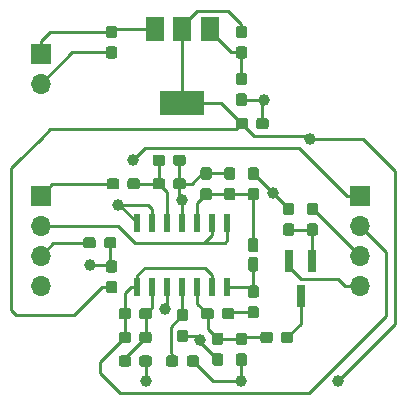
<source format=gbr>
G04 #@! TF.GenerationSoftware,KiCad,Pcbnew,5.0.1-33cea8e~67~ubuntu18.04.1*
G04 #@! TF.CreationDate,2018-10-23T17:06:15-07:00*
G04 #@! TF.ProjectId,big_battery,6269675F626174746572792E6B696361,rev?*
G04 #@! TF.SameCoordinates,Original*
G04 #@! TF.FileFunction,Copper,L1,Top,Signal*
G04 #@! TF.FilePolarity,Positive*
%FSLAX46Y46*%
G04 Gerber Fmt 4.6, Leading zero omitted, Abs format (unit mm)*
G04 Created by KiCad (PCBNEW 5.0.1-33cea8e~67~ubuntu18.04.1) date Tue 23 Oct 2018 05:06:15 PM PDT*
%MOMM*%
%LPD*%
G01*
G04 APERTURE LIST*
G04 #@! TA.AperFunction,ComponentPad*
%ADD10R,1.700000X1.700000*%
G04 #@! TD*
G04 #@! TA.AperFunction,ComponentPad*
%ADD11O,1.700000X1.700000*%
G04 #@! TD*
G04 #@! TA.AperFunction,Conductor*
%ADD12C,0.100000*%
G04 #@! TD*
G04 #@! TA.AperFunction,SMDPad,CuDef*
%ADD13C,0.950000*%
G04 #@! TD*
G04 #@! TA.AperFunction,SMDPad,CuDef*
%ADD14C,0.850000*%
G04 #@! TD*
G04 #@! TA.AperFunction,SMDPad,CuDef*
%ADD15R,0.600000X1.500000*%
G04 #@! TD*
G04 #@! TA.AperFunction,SMDPad,CuDef*
%ADD16R,3.800000X2.000000*%
G04 #@! TD*
G04 #@! TA.AperFunction,SMDPad,CuDef*
%ADD17R,1.500000X2.000000*%
G04 #@! TD*
G04 #@! TA.AperFunction,SMDPad,CuDef*
%ADD18R,0.800000X1.900000*%
G04 #@! TD*
G04 #@! TA.AperFunction,ViaPad*
%ADD19C,1.000000*%
G04 #@! TD*
G04 #@! TA.AperFunction,Conductor*
%ADD20C,0.250000*%
G04 #@! TD*
G04 APERTURE END LIST*
D10*
G04 #@! TO.P,J3,1*
G04 #@! TO.N,/V_Out*
X31000000Y-17000000D03*
D11*
G04 #@! TO.P,J3,2*
G04 #@! TO.N,/CURRENT*
X31000000Y-19540000D03*
G04 #@! TO.P,J3,3*
G04 #@! TO.N,/TRICKLE_DIS*
X31000000Y-22080000D03*
G04 #@! TO.P,J3,4*
G04 #@! TO.N,GND*
X31000000Y-24620000D03*
G04 #@! TD*
D12*
G04 #@! TO.N,Net-(C7-Pad1)*
G04 #@! TO.C,C7*
G36*
X14310779Y-15526144D02*
X14333834Y-15529563D01*
X14356443Y-15535227D01*
X14378387Y-15543079D01*
X14399457Y-15553044D01*
X14419448Y-15565026D01*
X14438168Y-15578910D01*
X14455438Y-15594562D01*
X14471090Y-15611832D01*
X14484974Y-15630552D01*
X14496956Y-15650543D01*
X14506921Y-15671613D01*
X14514773Y-15693557D01*
X14520437Y-15716166D01*
X14523856Y-15739221D01*
X14525000Y-15762500D01*
X14525000Y-16237500D01*
X14523856Y-16260779D01*
X14520437Y-16283834D01*
X14514773Y-16306443D01*
X14506921Y-16328387D01*
X14496956Y-16349457D01*
X14484974Y-16369448D01*
X14471090Y-16388168D01*
X14455438Y-16405438D01*
X14438168Y-16421090D01*
X14419448Y-16434974D01*
X14399457Y-16446956D01*
X14378387Y-16456921D01*
X14356443Y-16464773D01*
X14333834Y-16470437D01*
X14310779Y-16473856D01*
X14287500Y-16475000D01*
X13712500Y-16475000D01*
X13689221Y-16473856D01*
X13666166Y-16470437D01*
X13643557Y-16464773D01*
X13621613Y-16456921D01*
X13600543Y-16446956D01*
X13580552Y-16434974D01*
X13561832Y-16421090D01*
X13544562Y-16405438D01*
X13528910Y-16388168D01*
X13515026Y-16369448D01*
X13503044Y-16349457D01*
X13493079Y-16328387D01*
X13485227Y-16306443D01*
X13479563Y-16283834D01*
X13476144Y-16260779D01*
X13475000Y-16237500D01*
X13475000Y-15762500D01*
X13476144Y-15739221D01*
X13479563Y-15716166D01*
X13485227Y-15693557D01*
X13493079Y-15671613D01*
X13503044Y-15650543D01*
X13515026Y-15630552D01*
X13528910Y-15611832D01*
X13544562Y-15594562D01*
X13561832Y-15578910D01*
X13580552Y-15565026D01*
X13600543Y-15553044D01*
X13621613Y-15543079D01*
X13643557Y-15535227D01*
X13666166Y-15529563D01*
X13689221Y-15526144D01*
X13712500Y-15525000D01*
X14287500Y-15525000D01*
X14310779Y-15526144D01*
X14310779Y-15526144D01*
G37*
D13*
G04 #@! TD*
G04 #@! TO.P,C7,1*
G04 #@! TO.N,Net-(C7-Pad1)*
X14000000Y-16000000D03*
D12*
G04 #@! TO.N,GND*
G04 #@! TO.C,C7*
G36*
X16060779Y-15526144D02*
X16083834Y-15529563D01*
X16106443Y-15535227D01*
X16128387Y-15543079D01*
X16149457Y-15553044D01*
X16169448Y-15565026D01*
X16188168Y-15578910D01*
X16205438Y-15594562D01*
X16221090Y-15611832D01*
X16234974Y-15630552D01*
X16246956Y-15650543D01*
X16256921Y-15671613D01*
X16264773Y-15693557D01*
X16270437Y-15716166D01*
X16273856Y-15739221D01*
X16275000Y-15762500D01*
X16275000Y-16237500D01*
X16273856Y-16260779D01*
X16270437Y-16283834D01*
X16264773Y-16306443D01*
X16256921Y-16328387D01*
X16246956Y-16349457D01*
X16234974Y-16369448D01*
X16221090Y-16388168D01*
X16205438Y-16405438D01*
X16188168Y-16421090D01*
X16169448Y-16434974D01*
X16149457Y-16446956D01*
X16128387Y-16456921D01*
X16106443Y-16464773D01*
X16083834Y-16470437D01*
X16060779Y-16473856D01*
X16037500Y-16475000D01*
X15462500Y-16475000D01*
X15439221Y-16473856D01*
X15416166Y-16470437D01*
X15393557Y-16464773D01*
X15371613Y-16456921D01*
X15350543Y-16446956D01*
X15330552Y-16434974D01*
X15311832Y-16421090D01*
X15294562Y-16405438D01*
X15278910Y-16388168D01*
X15265026Y-16369448D01*
X15253044Y-16349457D01*
X15243079Y-16328387D01*
X15235227Y-16306443D01*
X15229563Y-16283834D01*
X15226144Y-16260779D01*
X15225000Y-16237500D01*
X15225000Y-15762500D01*
X15226144Y-15739221D01*
X15229563Y-15716166D01*
X15235227Y-15693557D01*
X15243079Y-15671613D01*
X15253044Y-15650543D01*
X15265026Y-15630552D01*
X15278910Y-15611832D01*
X15294562Y-15594562D01*
X15311832Y-15578910D01*
X15330552Y-15565026D01*
X15350543Y-15553044D01*
X15371613Y-15543079D01*
X15393557Y-15535227D01*
X15416166Y-15529563D01*
X15439221Y-15526144D01*
X15462500Y-15525000D01*
X16037500Y-15525000D01*
X16060779Y-15526144D01*
X16060779Y-15526144D01*
G37*
D13*
G04 #@! TD*
G04 #@! TO.P,C7,2*
G04 #@! TO.N,GND*
X15750000Y-16000000D03*
D12*
G04 #@! TO.N,GND*
G04 #@! TO.C,C1*
G36*
X10260779Y-4351144D02*
X10283834Y-4354563D01*
X10306443Y-4360227D01*
X10328387Y-4368079D01*
X10349457Y-4378044D01*
X10369448Y-4390026D01*
X10388168Y-4403910D01*
X10405438Y-4419562D01*
X10421090Y-4436832D01*
X10434974Y-4455552D01*
X10446956Y-4475543D01*
X10456921Y-4496613D01*
X10464773Y-4518557D01*
X10470437Y-4541166D01*
X10473856Y-4564221D01*
X10475000Y-4587500D01*
X10475000Y-5162500D01*
X10473856Y-5185779D01*
X10470437Y-5208834D01*
X10464773Y-5231443D01*
X10456921Y-5253387D01*
X10446956Y-5274457D01*
X10434974Y-5294448D01*
X10421090Y-5313168D01*
X10405438Y-5330438D01*
X10388168Y-5346090D01*
X10369448Y-5359974D01*
X10349457Y-5371956D01*
X10328387Y-5381921D01*
X10306443Y-5389773D01*
X10283834Y-5395437D01*
X10260779Y-5398856D01*
X10237500Y-5400000D01*
X9762500Y-5400000D01*
X9739221Y-5398856D01*
X9716166Y-5395437D01*
X9693557Y-5389773D01*
X9671613Y-5381921D01*
X9650543Y-5371956D01*
X9630552Y-5359974D01*
X9611832Y-5346090D01*
X9594562Y-5330438D01*
X9578910Y-5313168D01*
X9565026Y-5294448D01*
X9553044Y-5274457D01*
X9543079Y-5253387D01*
X9535227Y-5231443D01*
X9529563Y-5208834D01*
X9526144Y-5185779D01*
X9525000Y-5162500D01*
X9525000Y-4587500D01*
X9526144Y-4564221D01*
X9529563Y-4541166D01*
X9535227Y-4518557D01*
X9543079Y-4496613D01*
X9553044Y-4475543D01*
X9565026Y-4455552D01*
X9578910Y-4436832D01*
X9594562Y-4419562D01*
X9611832Y-4403910D01*
X9630552Y-4390026D01*
X9650543Y-4378044D01*
X9671613Y-4368079D01*
X9693557Y-4360227D01*
X9716166Y-4354563D01*
X9739221Y-4351144D01*
X9762500Y-4350000D01*
X10237500Y-4350000D01*
X10260779Y-4351144D01*
X10260779Y-4351144D01*
G37*
D13*
G04 #@! TD*
G04 #@! TO.P,C1,2*
G04 #@! TO.N,GND*
X10000000Y-4875000D03*
D12*
G04 #@! TO.N,+12V*
G04 #@! TO.C,C1*
G36*
X10260779Y-2601144D02*
X10283834Y-2604563D01*
X10306443Y-2610227D01*
X10328387Y-2618079D01*
X10349457Y-2628044D01*
X10369448Y-2640026D01*
X10388168Y-2653910D01*
X10405438Y-2669562D01*
X10421090Y-2686832D01*
X10434974Y-2705552D01*
X10446956Y-2725543D01*
X10456921Y-2746613D01*
X10464773Y-2768557D01*
X10470437Y-2791166D01*
X10473856Y-2814221D01*
X10475000Y-2837500D01*
X10475000Y-3412500D01*
X10473856Y-3435779D01*
X10470437Y-3458834D01*
X10464773Y-3481443D01*
X10456921Y-3503387D01*
X10446956Y-3524457D01*
X10434974Y-3544448D01*
X10421090Y-3563168D01*
X10405438Y-3580438D01*
X10388168Y-3596090D01*
X10369448Y-3609974D01*
X10349457Y-3621956D01*
X10328387Y-3631921D01*
X10306443Y-3639773D01*
X10283834Y-3645437D01*
X10260779Y-3648856D01*
X10237500Y-3650000D01*
X9762500Y-3650000D01*
X9739221Y-3648856D01*
X9716166Y-3645437D01*
X9693557Y-3639773D01*
X9671613Y-3631921D01*
X9650543Y-3621956D01*
X9630552Y-3609974D01*
X9611832Y-3596090D01*
X9594562Y-3580438D01*
X9578910Y-3563168D01*
X9565026Y-3544448D01*
X9553044Y-3524457D01*
X9543079Y-3503387D01*
X9535227Y-3481443D01*
X9529563Y-3458834D01*
X9526144Y-3435779D01*
X9525000Y-3412500D01*
X9525000Y-2837500D01*
X9526144Y-2814221D01*
X9529563Y-2791166D01*
X9535227Y-2768557D01*
X9543079Y-2746613D01*
X9553044Y-2725543D01*
X9565026Y-2705552D01*
X9578910Y-2686832D01*
X9594562Y-2669562D01*
X9611832Y-2653910D01*
X9630552Y-2640026D01*
X9650543Y-2628044D01*
X9671613Y-2618079D01*
X9693557Y-2610227D01*
X9716166Y-2604563D01*
X9739221Y-2601144D01*
X9762500Y-2600000D01*
X10237500Y-2600000D01*
X10260779Y-2601144D01*
X10260779Y-2601144D01*
G37*
D13*
G04 #@! TD*
G04 #@! TO.P,C1,1*
G04 #@! TO.N,+12V*
X10000000Y-3125000D03*
D12*
G04 #@! TO.N,/CURRENT*
G04 #@! TO.C,C2*
G36*
X11435779Y-26526144D02*
X11458834Y-26529563D01*
X11481443Y-26535227D01*
X11503387Y-26543079D01*
X11524457Y-26553044D01*
X11544448Y-26565026D01*
X11563168Y-26578910D01*
X11580438Y-26594562D01*
X11596090Y-26611832D01*
X11609974Y-26630552D01*
X11621956Y-26650543D01*
X11631921Y-26671613D01*
X11639773Y-26693557D01*
X11645437Y-26716166D01*
X11648856Y-26739221D01*
X11650000Y-26762500D01*
X11650000Y-27237500D01*
X11648856Y-27260779D01*
X11645437Y-27283834D01*
X11639773Y-27306443D01*
X11631921Y-27328387D01*
X11621956Y-27349457D01*
X11609974Y-27369448D01*
X11596090Y-27388168D01*
X11580438Y-27405438D01*
X11563168Y-27421090D01*
X11544448Y-27434974D01*
X11524457Y-27446956D01*
X11503387Y-27456921D01*
X11481443Y-27464773D01*
X11458834Y-27470437D01*
X11435779Y-27473856D01*
X11412500Y-27475000D01*
X10837500Y-27475000D01*
X10814221Y-27473856D01*
X10791166Y-27470437D01*
X10768557Y-27464773D01*
X10746613Y-27456921D01*
X10725543Y-27446956D01*
X10705552Y-27434974D01*
X10686832Y-27421090D01*
X10669562Y-27405438D01*
X10653910Y-27388168D01*
X10640026Y-27369448D01*
X10628044Y-27349457D01*
X10618079Y-27328387D01*
X10610227Y-27306443D01*
X10604563Y-27283834D01*
X10601144Y-27260779D01*
X10600000Y-27237500D01*
X10600000Y-26762500D01*
X10601144Y-26739221D01*
X10604563Y-26716166D01*
X10610227Y-26693557D01*
X10618079Y-26671613D01*
X10628044Y-26650543D01*
X10640026Y-26630552D01*
X10653910Y-26611832D01*
X10669562Y-26594562D01*
X10686832Y-26578910D01*
X10705552Y-26565026D01*
X10725543Y-26553044D01*
X10746613Y-26543079D01*
X10768557Y-26535227D01*
X10791166Y-26529563D01*
X10814221Y-26526144D01*
X10837500Y-26525000D01*
X11412500Y-26525000D01*
X11435779Y-26526144D01*
X11435779Y-26526144D01*
G37*
D13*
G04 #@! TD*
G04 #@! TO.P,C2,1*
G04 #@! TO.N,/CURRENT*
X11125000Y-27000000D03*
D12*
G04 #@! TO.N,Net-(C2-Pad2)*
G04 #@! TO.C,C2*
G36*
X13185779Y-26526144D02*
X13208834Y-26529563D01*
X13231443Y-26535227D01*
X13253387Y-26543079D01*
X13274457Y-26553044D01*
X13294448Y-26565026D01*
X13313168Y-26578910D01*
X13330438Y-26594562D01*
X13346090Y-26611832D01*
X13359974Y-26630552D01*
X13371956Y-26650543D01*
X13381921Y-26671613D01*
X13389773Y-26693557D01*
X13395437Y-26716166D01*
X13398856Y-26739221D01*
X13400000Y-26762500D01*
X13400000Y-27237500D01*
X13398856Y-27260779D01*
X13395437Y-27283834D01*
X13389773Y-27306443D01*
X13381921Y-27328387D01*
X13371956Y-27349457D01*
X13359974Y-27369448D01*
X13346090Y-27388168D01*
X13330438Y-27405438D01*
X13313168Y-27421090D01*
X13294448Y-27434974D01*
X13274457Y-27446956D01*
X13253387Y-27456921D01*
X13231443Y-27464773D01*
X13208834Y-27470437D01*
X13185779Y-27473856D01*
X13162500Y-27475000D01*
X12587500Y-27475000D01*
X12564221Y-27473856D01*
X12541166Y-27470437D01*
X12518557Y-27464773D01*
X12496613Y-27456921D01*
X12475543Y-27446956D01*
X12455552Y-27434974D01*
X12436832Y-27421090D01*
X12419562Y-27405438D01*
X12403910Y-27388168D01*
X12390026Y-27369448D01*
X12378044Y-27349457D01*
X12368079Y-27328387D01*
X12360227Y-27306443D01*
X12354563Y-27283834D01*
X12351144Y-27260779D01*
X12350000Y-27237500D01*
X12350000Y-26762500D01*
X12351144Y-26739221D01*
X12354563Y-26716166D01*
X12360227Y-26693557D01*
X12368079Y-26671613D01*
X12378044Y-26650543D01*
X12390026Y-26630552D01*
X12403910Y-26611832D01*
X12419562Y-26594562D01*
X12436832Y-26578910D01*
X12455552Y-26565026D01*
X12475543Y-26553044D01*
X12496613Y-26543079D01*
X12518557Y-26535227D01*
X12541166Y-26529563D01*
X12564221Y-26526144D01*
X12587500Y-26525000D01*
X13162500Y-26525000D01*
X13185779Y-26526144D01*
X13185779Y-26526144D01*
G37*
D13*
G04 #@! TD*
G04 #@! TO.P,C2,2*
G04 #@! TO.N,Net-(C2-Pad2)*
X12875000Y-27000000D03*
D12*
G04 #@! TO.N,GND*
G04 #@! TO.C,C3*
G36*
X16260779Y-28351144D02*
X16283834Y-28354563D01*
X16306443Y-28360227D01*
X16328387Y-28368079D01*
X16349457Y-28378044D01*
X16369448Y-28390026D01*
X16388168Y-28403910D01*
X16405438Y-28419562D01*
X16421090Y-28436832D01*
X16434974Y-28455552D01*
X16446956Y-28475543D01*
X16456921Y-28496613D01*
X16464773Y-28518557D01*
X16470437Y-28541166D01*
X16473856Y-28564221D01*
X16475000Y-28587500D01*
X16475000Y-29162500D01*
X16473856Y-29185779D01*
X16470437Y-29208834D01*
X16464773Y-29231443D01*
X16456921Y-29253387D01*
X16446956Y-29274457D01*
X16434974Y-29294448D01*
X16421090Y-29313168D01*
X16405438Y-29330438D01*
X16388168Y-29346090D01*
X16369448Y-29359974D01*
X16349457Y-29371956D01*
X16328387Y-29381921D01*
X16306443Y-29389773D01*
X16283834Y-29395437D01*
X16260779Y-29398856D01*
X16237500Y-29400000D01*
X15762500Y-29400000D01*
X15739221Y-29398856D01*
X15716166Y-29395437D01*
X15693557Y-29389773D01*
X15671613Y-29381921D01*
X15650543Y-29371956D01*
X15630552Y-29359974D01*
X15611832Y-29346090D01*
X15594562Y-29330438D01*
X15578910Y-29313168D01*
X15565026Y-29294448D01*
X15553044Y-29274457D01*
X15543079Y-29253387D01*
X15535227Y-29231443D01*
X15529563Y-29208834D01*
X15526144Y-29185779D01*
X15525000Y-29162500D01*
X15525000Y-28587500D01*
X15526144Y-28564221D01*
X15529563Y-28541166D01*
X15535227Y-28518557D01*
X15543079Y-28496613D01*
X15553044Y-28475543D01*
X15565026Y-28455552D01*
X15578910Y-28436832D01*
X15594562Y-28419562D01*
X15611832Y-28403910D01*
X15630552Y-28390026D01*
X15650543Y-28378044D01*
X15671613Y-28368079D01*
X15693557Y-28360227D01*
X15716166Y-28354563D01*
X15739221Y-28351144D01*
X15762500Y-28350000D01*
X16237500Y-28350000D01*
X16260779Y-28351144D01*
X16260779Y-28351144D01*
G37*
D13*
G04 #@! TD*
G04 #@! TO.P,C3,2*
G04 #@! TO.N,GND*
X16000000Y-28875000D03*
D12*
G04 #@! TO.N,Net-(C3-Pad1)*
G04 #@! TO.C,C3*
G36*
X16260779Y-26601144D02*
X16283834Y-26604563D01*
X16306443Y-26610227D01*
X16328387Y-26618079D01*
X16349457Y-26628044D01*
X16369448Y-26640026D01*
X16388168Y-26653910D01*
X16405438Y-26669562D01*
X16421090Y-26686832D01*
X16434974Y-26705552D01*
X16446956Y-26725543D01*
X16456921Y-26746613D01*
X16464773Y-26768557D01*
X16470437Y-26791166D01*
X16473856Y-26814221D01*
X16475000Y-26837500D01*
X16475000Y-27412500D01*
X16473856Y-27435779D01*
X16470437Y-27458834D01*
X16464773Y-27481443D01*
X16456921Y-27503387D01*
X16446956Y-27524457D01*
X16434974Y-27544448D01*
X16421090Y-27563168D01*
X16405438Y-27580438D01*
X16388168Y-27596090D01*
X16369448Y-27609974D01*
X16349457Y-27621956D01*
X16328387Y-27631921D01*
X16306443Y-27639773D01*
X16283834Y-27645437D01*
X16260779Y-27648856D01*
X16237500Y-27650000D01*
X15762500Y-27650000D01*
X15739221Y-27648856D01*
X15716166Y-27645437D01*
X15693557Y-27639773D01*
X15671613Y-27631921D01*
X15650543Y-27621956D01*
X15630552Y-27609974D01*
X15611832Y-27596090D01*
X15594562Y-27580438D01*
X15578910Y-27563168D01*
X15565026Y-27544448D01*
X15553044Y-27524457D01*
X15543079Y-27503387D01*
X15535227Y-27481443D01*
X15529563Y-27458834D01*
X15526144Y-27435779D01*
X15525000Y-27412500D01*
X15525000Y-26837500D01*
X15526144Y-26814221D01*
X15529563Y-26791166D01*
X15535227Y-26768557D01*
X15543079Y-26746613D01*
X15553044Y-26725543D01*
X15565026Y-26705552D01*
X15578910Y-26686832D01*
X15594562Y-26669562D01*
X15611832Y-26653910D01*
X15630552Y-26640026D01*
X15650543Y-26628044D01*
X15671613Y-26618079D01*
X15693557Y-26610227D01*
X15716166Y-26604563D01*
X15739221Y-26601144D01*
X15762500Y-26600000D01*
X16237500Y-26600000D01*
X16260779Y-26601144D01*
X16260779Y-26601144D01*
G37*
D13*
G04 #@! TD*
G04 #@! TO.P,C3,1*
G04 #@! TO.N,Net-(C3-Pad1)*
X16000000Y-27125000D03*
D12*
G04 #@! TO.N,+3V3*
G04 #@! TO.C,C4*
G36*
X21335779Y-10426144D02*
X21358834Y-10429563D01*
X21381443Y-10435227D01*
X21403387Y-10443079D01*
X21424457Y-10453044D01*
X21444448Y-10465026D01*
X21463168Y-10478910D01*
X21480438Y-10494562D01*
X21496090Y-10511832D01*
X21509974Y-10530552D01*
X21521956Y-10550543D01*
X21531921Y-10571613D01*
X21539773Y-10593557D01*
X21545437Y-10616166D01*
X21548856Y-10639221D01*
X21550000Y-10662500D01*
X21550000Y-11137500D01*
X21548856Y-11160779D01*
X21545437Y-11183834D01*
X21539773Y-11206443D01*
X21531921Y-11228387D01*
X21521956Y-11249457D01*
X21509974Y-11269448D01*
X21496090Y-11288168D01*
X21480438Y-11305438D01*
X21463168Y-11321090D01*
X21444448Y-11334974D01*
X21424457Y-11346956D01*
X21403387Y-11356921D01*
X21381443Y-11364773D01*
X21358834Y-11370437D01*
X21335779Y-11373856D01*
X21312500Y-11375000D01*
X20737500Y-11375000D01*
X20714221Y-11373856D01*
X20691166Y-11370437D01*
X20668557Y-11364773D01*
X20646613Y-11356921D01*
X20625543Y-11346956D01*
X20605552Y-11334974D01*
X20586832Y-11321090D01*
X20569562Y-11305438D01*
X20553910Y-11288168D01*
X20540026Y-11269448D01*
X20528044Y-11249457D01*
X20518079Y-11228387D01*
X20510227Y-11206443D01*
X20504563Y-11183834D01*
X20501144Y-11160779D01*
X20500000Y-11137500D01*
X20500000Y-10662500D01*
X20501144Y-10639221D01*
X20504563Y-10616166D01*
X20510227Y-10593557D01*
X20518079Y-10571613D01*
X20528044Y-10550543D01*
X20540026Y-10530552D01*
X20553910Y-10511832D01*
X20569562Y-10494562D01*
X20586832Y-10478910D01*
X20605552Y-10465026D01*
X20625543Y-10453044D01*
X20646613Y-10443079D01*
X20668557Y-10435227D01*
X20691166Y-10429563D01*
X20714221Y-10426144D01*
X20737500Y-10425000D01*
X21312500Y-10425000D01*
X21335779Y-10426144D01*
X21335779Y-10426144D01*
G37*
D13*
G04 #@! TD*
G04 #@! TO.P,C4,1*
G04 #@! TO.N,+3V3*
X21025000Y-10900000D03*
D12*
G04 #@! TO.N,GND*
G04 #@! TO.C,C4*
G36*
X23085779Y-10426144D02*
X23108834Y-10429563D01*
X23131443Y-10435227D01*
X23153387Y-10443079D01*
X23174457Y-10453044D01*
X23194448Y-10465026D01*
X23213168Y-10478910D01*
X23230438Y-10494562D01*
X23246090Y-10511832D01*
X23259974Y-10530552D01*
X23271956Y-10550543D01*
X23281921Y-10571613D01*
X23289773Y-10593557D01*
X23295437Y-10616166D01*
X23298856Y-10639221D01*
X23300000Y-10662500D01*
X23300000Y-11137500D01*
X23298856Y-11160779D01*
X23295437Y-11183834D01*
X23289773Y-11206443D01*
X23281921Y-11228387D01*
X23271956Y-11249457D01*
X23259974Y-11269448D01*
X23246090Y-11288168D01*
X23230438Y-11305438D01*
X23213168Y-11321090D01*
X23194448Y-11334974D01*
X23174457Y-11346956D01*
X23153387Y-11356921D01*
X23131443Y-11364773D01*
X23108834Y-11370437D01*
X23085779Y-11373856D01*
X23062500Y-11375000D01*
X22487500Y-11375000D01*
X22464221Y-11373856D01*
X22441166Y-11370437D01*
X22418557Y-11364773D01*
X22396613Y-11356921D01*
X22375543Y-11346956D01*
X22355552Y-11334974D01*
X22336832Y-11321090D01*
X22319562Y-11305438D01*
X22303910Y-11288168D01*
X22290026Y-11269448D01*
X22278044Y-11249457D01*
X22268079Y-11228387D01*
X22260227Y-11206443D01*
X22254563Y-11183834D01*
X22251144Y-11160779D01*
X22250000Y-11137500D01*
X22250000Y-10662500D01*
X22251144Y-10639221D01*
X22254563Y-10616166D01*
X22260227Y-10593557D01*
X22268079Y-10571613D01*
X22278044Y-10550543D01*
X22290026Y-10530552D01*
X22303910Y-10511832D01*
X22319562Y-10494562D01*
X22336832Y-10478910D01*
X22355552Y-10465026D01*
X22375543Y-10453044D01*
X22396613Y-10443079D01*
X22418557Y-10435227D01*
X22441166Y-10429563D01*
X22464221Y-10426144D01*
X22487500Y-10425000D01*
X23062500Y-10425000D01*
X23085779Y-10426144D01*
X23085779Y-10426144D01*
G37*
D13*
G04 #@! TD*
G04 #@! TO.P,C4,2*
G04 #@! TO.N,GND*
X22775000Y-10900000D03*
D12*
G04 #@! TO.N,Net-(C5-Pad2)*
G04 #@! TO.C,C5*
G36*
X18435779Y-26526144D02*
X18458834Y-26529563D01*
X18481443Y-26535227D01*
X18503387Y-26543079D01*
X18524457Y-26553044D01*
X18544448Y-26565026D01*
X18563168Y-26578910D01*
X18580438Y-26594562D01*
X18596090Y-26611832D01*
X18609974Y-26630552D01*
X18621956Y-26650543D01*
X18631921Y-26671613D01*
X18639773Y-26693557D01*
X18645437Y-26716166D01*
X18648856Y-26739221D01*
X18650000Y-26762500D01*
X18650000Y-27237500D01*
X18648856Y-27260779D01*
X18645437Y-27283834D01*
X18639773Y-27306443D01*
X18631921Y-27328387D01*
X18621956Y-27349457D01*
X18609974Y-27369448D01*
X18596090Y-27388168D01*
X18580438Y-27405438D01*
X18563168Y-27421090D01*
X18544448Y-27434974D01*
X18524457Y-27446956D01*
X18503387Y-27456921D01*
X18481443Y-27464773D01*
X18458834Y-27470437D01*
X18435779Y-27473856D01*
X18412500Y-27475000D01*
X17837500Y-27475000D01*
X17814221Y-27473856D01*
X17791166Y-27470437D01*
X17768557Y-27464773D01*
X17746613Y-27456921D01*
X17725543Y-27446956D01*
X17705552Y-27434974D01*
X17686832Y-27421090D01*
X17669562Y-27405438D01*
X17653910Y-27388168D01*
X17640026Y-27369448D01*
X17628044Y-27349457D01*
X17618079Y-27328387D01*
X17610227Y-27306443D01*
X17604563Y-27283834D01*
X17601144Y-27260779D01*
X17600000Y-27237500D01*
X17600000Y-26762500D01*
X17601144Y-26739221D01*
X17604563Y-26716166D01*
X17610227Y-26693557D01*
X17618079Y-26671613D01*
X17628044Y-26650543D01*
X17640026Y-26630552D01*
X17653910Y-26611832D01*
X17669562Y-26594562D01*
X17686832Y-26578910D01*
X17705552Y-26565026D01*
X17725543Y-26553044D01*
X17746613Y-26543079D01*
X17768557Y-26535227D01*
X17791166Y-26529563D01*
X17814221Y-26526144D01*
X17837500Y-26525000D01*
X18412500Y-26525000D01*
X18435779Y-26526144D01*
X18435779Y-26526144D01*
G37*
D13*
G04 #@! TD*
G04 #@! TO.P,C5,2*
G04 #@! TO.N,Net-(C5-Pad2)*
X18125000Y-27000000D03*
D12*
G04 #@! TO.N,Net-(C5-Pad1)*
G04 #@! TO.C,C5*
G36*
X20185779Y-26526144D02*
X20208834Y-26529563D01*
X20231443Y-26535227D01*
X20253387Y-26543079D01*
X20274457Y-26553044D01*
X20294448Y-26565026D01*
X20313168Y-26578910D01*
X20330438Y-26594562D01*
X20346090Y-26611832D01*
X20359974Y-26630552D01*
X20371956Y-26650543D01*
X20381921Y-26671613D01*
X20389773Y-26693557D01*
X20395437Y-26716166D01*
X20398856Y-26739221D01*
X20400000Y-26762500D01*
X20400000Y-27237500D01*
X20398856Y-27260779D01*
X20395437Y-27283834D01*
X20389773Y-27306443D01*
X20381921Y-27328387D01*
X20371956Y-27349457D01*
X20359974Y-27369448D01*
X20346090Y-27388168D01*
X20330438Y-27405438D01*
X20313168Y-27421090D01*
X20294448Y-27434974D01*
X20274457Y-27446956D01*
X20253387Y-27456921D01*
X20231443Y-27464773D01*
X20208834Y-27470437D01*
X20185779Y-27473856D01*
X20162500Y-27475000D01*
X19587500Y-27475000D01*
X19564221Y-27473856D01*
X19541166Y-27470437D01*
X19518557Y-27464773D01*
X19496613Y-27456921D01*
X19475543Y-27446956D01*
X19455552Y-27434974D01*
X19436832Y-27421090D01*
X19419562Y-27405438D01*
X19403910Y-27388168D01*
X19390026Y-27369448D01*
X19378044Y-27349457D01*
X19368079Y-27328387D01*
X19360227Y-27306443D01*
X19354563Y-27283834D01*
X19351144Y-27260779D01*
X19350000Y-27237500D01*
X19350000Y-26762500D01*
X19351144Y-26739221D01*
X19354563Y-26716166D01*
X19360227Y-26693557D01*
X19368079Y-26671613D01*
X19378044Y-26650543D01*
X19390026Y-26630552D01*
X19403910Y-26611832D01*
X19419562Y-26594562D01*
X19436832Y-26578910D01*
X19455552Y-26565026D01*
X19475543Y-26553044D01*
X19496613Y-26543079D01*
X19518557Y-26535227D01*
X19541166Y-26529563D01*
X19564221Y-26526144D01*
X19587500Y-26525000D01*
X20162500Y-26525000D01*
X20185779Y-26526144D01*
X20185779Y-26526144D01*
G37*
D13*
G04 #@! TD*
G04 #@! TO.P,C5,1*
G04 #@! TO.N,Net-(C5-Pad1)*
X19875000Y-27000000D03*
D12*
G04 #@! TO.N,Net-(C6-Pad1)*
G04 #@! TO.C,C6*
G36*
X18260779Y-16351144D02*
X18283834Y-16354563D01*
X18306443Y-16360227D01*
X18328387Y-16368079D01*
X18349457Y-16378044D01*
X18369448Y-16390026D01*
X18388168Y-16403910D01*
X18405438Y-16419562D01*
X18421090Y-16436832D01*
X18434974Y-16455552D01*
X18446956Y-16475543D01*
X18456921Y-16496613D01*
X18464773Y-16518557D01*
X18470437Y-16541166D01*
X18473856Y-16564221D01*
X18475000Y-16587500D01*
X18475000Y-17162500D01*
X18473856Y-17185779D01*
X18470437Y-17208834D01*
X18464773Y-17231443D01*
X18456921Y-17253387D01*
X18446956Y-17274457D01*
X18434974Y-17294448D01*
X18421090Y-17313168D01*
X18405438Y-17330438D01*
X18388168Y-17346090D01*
X18369448Y-17359974D01*
X18349457Y-17371956D01*
X18328387Y-17381921D01*
X18306443Y-17389773D01*
X18283834Y-17395437D01*
X18260779Y-17398856D01*
X18237500Y-17400000D01*
X17762500Y-17400000D01*
X17739221Y-17398856D01*
X17716166Y-17395437D01*
X17693557Y-17389773D01*
X17671613Y-17381921D01*
X17650543Y-17371956D01*
X17630552Y-17359974D01*
X17611832Y-17346090D01*
X17594562Y-17330438D01*
X17578910Y-17313168D01*
X17565026Y-17294448D01*
X17553044Y-17274457D01*
X17543079Y-17253387D01*
X17535227Y-17231443D01*
X17529563Y-17208834D01*
X17526144Y-17185779D01*
X17525000Y-17162500D01*
X17525000Y-16587500D01*
X17526144Y-16564221D01*
X17529563Y-16541166D01*
X17535227Y-16518557D01*
X17543079Y-16496613D01*
X17553044Y-16475543D01*
X17565026Y-16455552D01*
X17578910Y-16436832D01*
X17594562Y-16419562D01*
X17611832Y-16403910D01*
X17630552Y-16390026D01*
X17650543Y-16378044D01*
X17671613Y-16368079D01*
X17693557Y-16360227D01*
X17716166Y-16354563D01*
X17739221Y-16351144D01*
X17762500Y-16350000D01*
X18237500Y-16350000D01*
X18260779Y-16351144D01*
X18260779Y-16351144D01*
G37*
D13*
G04 #@! TD*
G04 #@! TO.P,C6,1*
G04 #@! TO.N,Net-(C6-Pad1)*
X18000000Y-16875000D03*
D12*
G04 #@! TO.N,GND*
G04 #@! TO.C,C6*
G36*
X18260779Y-14601144D02*
X18283834Y-14604563D01*
X18306443Y-14610227D01*
X18328387Y-14618079D01*
X18349457Y-14628044D01*
X18369448Y-14640026D01*
X18388168Y-14653910D01*
X18405438Y-14669562D01*
X18421090Y-14686832D01*
X18434974Y-14705552D01*
X18446956Y-14725543D01*
X18456921Y-14746613D01*
X18464773Y-14768557D01*
X18470437Y-14791166D01*
X18473856Y-14814221D01*
X18475000Y-14837500D01*
X18475000Y-15412500D01*
X18473856Y-15435779D01*
X18470437Y-15458834D01*
X18464773Y-15481443D01*
X18456921Y-15503387D01*
X18446956Y-15524457D01*
X18434974Y-15544448D01*
X18421090Y-15563168D01*
X18405438Y-15580438D01*
X18388168Y-15596090D01*
X18369448Y-15609974D01*
X18349457Y-15621956D01*
X18328387Y-15631921D01*
X18306443Y-15639773D01*
X18283834Y-15645437D01*
X18260779Y-15648856D01*
X18237500Y-15650000D01*
X17762500Y-15650000D01*
X17739221Y-15648856D01*
X17716166Y-15645437D01*
X17693557Y-15639773D01*
X17671613Y-15631921D01*
X17650543Y-15621956D01*
X17630552Y-15609974D01*
X17611832Y-15596090D01*
X17594562Y-15580438D01*
X17578910Y-15563168D01*
X17565026Y-15544448D01*
X17553044Y-15524457D01*
X17543079Y-15503387D01*
X17535227Y-15481443D01*
X17529563Y-15458834D01*
X17526144Y-15435779D01*
X17525000Y-15412500D01*
X17525000Y-14837500D01*
X17526144Y-14814221D01*
X17529563Y-14791166D01*
X17535227Y-14768557D01*
X17543079Y-14746613D01*
X17553044Y-14725543D01*
X17565026Y-14705552D01*
X17578910Y-14686832D01*
X17594562Y-14669562D01*
X17611832Y-14653910D01*
X17630552Y-14640026D01*
X17650543Y-14628044D01*
X17671613Y-14618079D01*
X17693557Y-14610227D01*
X17716166Y-14604563D01*
X17739221Y-14601144D01*
X17762500Y-14600000D01*
X18237500Y-14600000D01*
X18260779Y-14601144D01*
X18260779Y-14601144D01*
G37*
D13*
G04 #@! TD*
G04 #@! TO.P,C6,2*
G04 #@! TO.N,GND*
X18000000Y-15125000D03*
D11*
G04 #@! TO.P,J2,2*
G04 #@! TO.N,GND*
X4000000Y-7540000D03*
D10*
G04 #@! TO.P,J2,1*
G04 #@! TO.N,+12V*
X4000000Y-5000000D03*
G04 #@! TD*
G04 #@! TO.P,J1,1*
G04 #@! TO.N,/S+*
X4000000Y-17000000D03*
D11*
G04 #@! TO.P,J1,2*
G04 #@! TO.N,/TRM*
X4000000Y-19540000D03*
G04 #@! TO.P,J1,3*
G04 #@! TO.N,/CB*
X4000000Y-22080000D03*
G04 #@! TO.P,J1,4*
G04 #@! TO.N,GND*
X4000000Y-24620000D03*
G04 #@! TD*
D12*
G04 #@! TO.N,Net-(C6-Pad1)*
G04 #@! TO.C,D1*
G36*
X22233329Y-20576023D02*
X22253957Y-20579083D01*
X22274185Y-20584150D01*
X22293820Y-20591176D01*
X22312672Y-20600092D01*
X22330559Y-20610813D01*
X22347309Y-20623235D01*
X22362760Y-20637240D01*
X22376765Y-20652691D01*
X22389187Y-20669441D01*
X22399908Y-20687328D01*
X22408824Y-20706180D01*
X22415850Y-20725815D01*
X22420917Y-20746043D01*
X22423977Y-20766671D01*
X22425000Y-20787500D01*
X22425000Y-21587500D01*
X22423977Y-21608329D01*
X22420917Y-21628957D01*
X22415850Y-21649185D01*
X22408824Y-21668820D01*
X22399908Y-21687672D01*
X22389187Y-21705559D01*
X22376765Y-21722309D01*
X22362760Y-21737760D01*
X22347309Y-21751765D01*
X22330559Y-21764187D01*
X22312672Y-21774908D01*
X22293820Y-21783824D01*
X22274185Y-21790850D01*
X22253957Y-21795917D01*
X22233329Y-21798977D01*
X22212500Y-21800000D01*
X21787500Y-21800000D01*
X21766671Y-21798977D01*
X21746043Y-21795917D01*
X21725815Y-21790850D01*
X21706180Y-21783824D01*
X21687328Y-21774908D01*
X21669441Y-21764187D01*
X21652691Y-21751765D01*
X21637240Y-21737760D01*
X21623235Y-21722309D01*
X21610813Y-21705559D01*
X21600092Y-21687672D01*
X21591176Y-21668820D01*
X21584150Y-21649185D01*
X21579083Y-21628957D01*
X21576023Y-21608329D01*
X21575000Y-21587500D01*
X21575000Y-20787500D01*
X21576023Y-20766671D01*
X21579083Y-20746043D01*
X21584150Y-20725815D01*
X21591176Y-20706180D01*
X21600092Y-20687328D01*
X21610813Y-20669441D01*
X21623235Y-20652691D01*
X21637240Y-20637240D01*
X21652691Y-20623235D01*
X21669441Y-20610813D01*
X21687328Y-20600092D01*
X21706180Y-20591176D01*
X21725815Y-20584150D01*
X21746043Y-20579083D01*
X21766671Y-20576023D01*
X21787500Y-20575000D01*
X22212500Y-20575000D01*
X22233329Y-20576023D01*
X22233329Y-20576023D01*
G37*
D14*
G04 #@! TD*
G04 #@! TO.P,D1,2*
G04 #@! TO.N,Net-(C6-Pad1)*
X22000000Y-21187500D03*
D12*
G04 #@! TO.N,Net-(D1-Pad1)*
G04 #@! TO.C,D1*
G36*
X22233329Y-22201023D02*
X22253957Y-22204083D01*
X22274185Y-22209150D01*
X22293820Y-22216176D01*
X22312672Y-22225092D01*
X22330559Y-22235813D01*
X22347309Y-22248235D01*
X22362760Y-22262240D01*
X22376765Y-22277691D01*
X22389187Y-22294441D01*
X22399908Y-22312328D01*
X22408824Y-22331180D01*
X22415850Y-22350815D01*
X22420917Y-22371043D01*
X22423977Y-22391671D01*
X22425000Y-22412500D01*
X22425000Y-23212500D01*
X22423977Y-23233329D01*
X22420917Y-23253957D01*
X22415850Y-23274185D01*
X22408824Y-23293820D01*
X22399908Y-23312672D01*
X22389187Y-23330559D01*
X22376765Y-23347309D01*
X22362760Y-23362760D01*
X22347309Y-23376765D01*
X22330559Y-23389187D01*
X22312672Y-23399908D01*
X22293820Y-23408824D01*
X22274185Y-23415850D01*
X22253957Y-23420917D01*
X22233329Y-23423977D01*
X22212500Y-23425000D01*
X21787500Y-23425000D01*
X21766671Y-23423977D01*
X21746043Y-23420917D01*
X21725815Y-23415850D01*
X21706180Y-23408824D01*
X21687328Y-23399908D01*
X21669441Y-23389187D01*
X21652691Y-23376765D01*
X21637240Y-23362760D01*
X21623235Y-23347309D01*
X21610813Y-23330559D01*
X21600092Y-23312672D01*
X21591176Y-23293820D01*
X21584150Y-23274185D01*
X21579083Y-23253957D01*
X21576023Y-23233329D01*
X21575000Y-23212500D01*
X21575000Y-22412500D01*
X21576023Y-22391671D01*
X21579083Y-22371043D01*
X21584150Y-22350815D01*
X21591176Y-22331180D01*
X21600092Y-22312328D01*
X21610813Y-22294441D01*
X21623235Y-22277691D01*
X21637240Y-22262240D01*
X21652691Y-22248235D01*
X21669441Y-22235813D01*
X21687328Y-22225092D01*
X21706180Y-22216176D01*
X21725815Y-22209150D01*
X21746043Y-22204083D01*
X21766671Y-22201023D01*
X21787500Y-22200000D01*
X22212500Y-22200000D01*
X22233329Y-22201023D01*
X22233329Y-22201023D01*
G37*
D14*
G04 #@! TD*
G04 #@! TO.P,D1,1*
G04 #@! TO.N,Net-(D1-Pad1)*
X22000000Y-22812500D03*
D12*
G04 #@! TO.N,+3V3*
G04 #@! TO.C,L1*
G36*
X17185779Y-30526144D02*
X17208834Y-30529563D01*
X17231443Y-30535227D01*
X17253387Y-30543079D01*
X17274457Y-30553044D01*
X17294448Y-30565026D01*
X17313168Y-30578910D01*
X17330438Y-30594562D01*
X17346090Y-30611832D01*
X17359974Y-30630552D01*
X17371956Y-30650543D01*
X17381921Y-30671613D01*
X17389773Y-30693557D01*
X17395437Y-30716166D01*
X17398856Y-30739221D01*
X17400000Y-30762500D01*
X17400000Y-31237500D01*
X17398856Y-31260779D01*
X17395437Y-31283834D01*
X17389773Y-31306443D01*
X17381921Y-31328387D01*
X17371956Y-31349457D01*
X17359974Y-31369448D01*
X17346090Y-31388168D01*
X17330438Y-31405438D01*
X17313168Y-31421090D01*
X17294448Y-31434974D01*
X17274457Y-31446956D01*
X17253387Y-31456921D01*
X17231443Y-31464773D01*
X17208834Y-31470437D01*
X17185779Y-31473856D01*
X17162500Y-31475000D01*
X16587500Y-31475000D01*
X16564221Y-31473856D01*
X16541166Y-31470437D01*
X16518557Y-31464773D01*
X16496613Y-31456921D01*
X16475543Y-31446956D01*
X16455552Y-31434974D01*
X16436832Y-31421090D01*
X16419562Y-31405438D01*
X16403910Y-31388168D01*
X16390026Y-31369448D01*
X16378044Y-31349457D01*
X16368079Y-31328387D01*
X16360227Y-31306443D01*
X16354563Y-31283834D01*
X16351144Y-31260779D01*
X16350000Y-31237500D01*
X16350000Y-30762500D01*
X16351144Y-30739221D01*
X16354563Y-30716166D01*
X16360227Y-30693557D01*
X16368079Y-30671613D01*
X16378044Y-30650543D01*
X16390026Y-30630552D01*
X16403910Y-30611832D01*
X16419562Y-30594562D01*
X16436832Y-30578910D01*
X16455552Y-30565026D01*
X16475543Y-30553044D01*
X16496613Y-30543079D01*
X16518557Y-30535227D01*
X16541166Y-30529563D01*
X16564221Y-30526144D01*
X16587500Y-30525000D01*
X17162500Y-30525000D01*
X17185779Y-30526144D01*
X17185779Y-30526144D01*
G37*
D13*
G04 #@! TD*
G04 #@! TO.P,L1,1*
G04 #@! TO.N,+3V3*
X16875000Y-31000000D03*
D12*
G04 #@! TO.N,Net-(C3-Pad1)*
G04 #@! TO.C,L1*
G36*
X15435779Y-30526144D02*
X15458834Y-30529563D01*
X15481443Y-30535227D01*
X15503387Y-30543079D01*
X15524457Y-30553044D01*
X15544448Y-30565026D01*
X15563168Y-30578910D01*
X15580438Y-30594562D01*
X15596090Y-30611832D01*
X15609974Y-30630552D01*
X15621956Y-30650543D01*
X15631921Y-30671613D01*
X15639773Y-30693557D01*
X15645437Y-30716166D01*
X15648856Y-30739221D01*
X15650000Y-30762500D01*
X15650000Y-31237500D01*
X15648856Y-31260779D01*
X15645437Y-31283834D01*
X15639773Y-31306443D01*
X15631921Y-31328387D01*
X15621956Y-31349457D01*
X15609974Y-31369448D01*
X15596090Y-31388168D01*
X15580438Y-31405438D01*
X15563168Y-31421090D01*
X15544448Y-31434974D01*
X15524457Y-31446956D01*
X15503387Y-31456921D01*
X15481443Y-31464773D01*
X15458834Y-31470437D01*
X15435779Y-31473856D01*
X15412500Y-31475000D01*
X14837500Y-31475000D01*
X14814221Y-31473856D01*
X14791166Y-31470437D01*
X14768557Y-31464773D01*
X14746613Y-31456921D01*
X14725543Y-31446956D01*
X14705552Y-31434974D01*
X14686832Y-31421090D01*
X14669562Y-31405438D01*
X14653910Y-31388168D01*
X14640026Y-31369448D01*
X14628044Y-31349457D01*
X14618079Y-31328387D01*
X14610227Y-31306443D01*
X14604563Y-31283834D01*
X14601144Y-31260779D01*
X14600000Y-31237500D01*
X14600000Y-30762500D01*
X14601144Y-30739221D01*
X14604563Y-30716166D01*
X14610227Y-30693557D01*
X14618079Y-30671613D01*
X14628044Y-30650543D01*
X14640026Y-30630552D01*
X14653910Y-30611832D01*
X14669562Y-30594562D01*
X14686832Y-30578910D01*
X14705552Y-30565026D01*
X14725543Y-30553044D01*
X14746613Y-30543079D01*
X14768557Y-30535227D01*
X14791166Y-30529563D01*
X14814221Y-30526144D01*
X14837500Y-30525000D01*
X15412500Y-30525000D01*
X15435779Y-30526144D01*
X15435779Y-30526144D01*
G37*
D13*
G04 #@! TD*
G04 #@! TO.P,L1,2*
G04 #@! TO.N,Net-(C3-Pad1)*
X15125000Y-31000000D03*
D15*
G04 #@! TO.P,U2,1*
G04 #@! TO.N,/CURRENT*
X12190000Y-24700000D03*
G04 #@! TO.P,U2,2*
G04 #@! TO.N,Net-(C2-Pad2)*
X13460000Y-24700000D03*
G04 #@! TO.P,U2,3*
G04 #@! TO.N,Net-(R3-Pad1)*
X14730000Y-24700000D03*
G04 #@! TO.P,U2,4*
G04 #@! TO.N,Net-(C3-Pad1)*
X16000000Y-24700000D03*
G04 #@! TO.P,U2,5*
G04 #@! TO.N,Net-(C5-Pad2)*
X17270000Y-24700000D03*
G04 #@! TO.P,U2,6*
G04 #@! TO.N,/CURRENT*
X18540000Y-24700000D03*
G04 #@! TO.P,U2,7*
G04 #@! TO.N,Net-(D1-Pad1)*
X19810000Y-24700000D03*
G04 #@! TO.P,U2,8*
G04 #@! TO.N,/TRM*
X19810000Y-19300000D03*
G04 #@! TO.P,U2,9*
X18540000Y-19300000D03*
G04 #@! TO.P,U2,10*
G04 #@! TO.N,Net-(C6-Pad1)*
X17270000Y-19300000D03*
G04 #@! TO.P,U2,11*
G04 #@! TO.N,GND*
X16000000Y-19300000D03*
G04 #@! TO.P,U2,12*
G04 #@! TO.N,Net-(C7-Pad1)*
X14730000Y-19300000D03*
G04 #@! TO.P,U2,13*
G04 #@! TO.N,/V_Out*
X13460000Y-19300000D03*
G04 #@! TO.P,U2,14*
X12190000Y-19300000D03*
G04 #@! TD*
D16*
G04 #@! TO.P,U1,2*
G04 #@! TO.N,+3V3*
X16000000Y-9150000D03*
D17*
X16000000Y-2850000D03*
G04 #@! TO.P,U1,3*
G04 #@! TO.N,+12V*
X13700000Y-2850000D03*
G04 #@! TO.P,U1,1*
G04 #@! TO.N,Net-(R7-Pad2)*
X18300000Y-2850000D03*
G04 #@! TD*
D18*
G04 #@! TO.P,Q1,1*
G04 #@! TO.N,Net-(Q1-Pad1)*
X26950000Y-22500000D03*
G04 #@! TO.P,Q1,2*
G04 #@! TO.N,GND*
X25050000Y-22500000D03*
G04 #@! TO.P,Q1,3*
G04 #@! TO.N,Net-(Q1-Pad3)*
X26000000Y-25500000D03*
G04 #@! TD*
D12*
G04 #@! TO.N,GND*
G04 #@! TO.C,R8*
G36*
X21260779Y-8351144D02*
X21283834Y-8354563D01*
X21306443Y-8360227D01*
X21328387Y-8368079D01*
X21349457Y-8378044D01*
X21369448Y-8390026D01*
X21388168Y-8403910D01*
X21405438Y-8419562D01*
X21421090Y-8436832D01*
X21434974Y-8455552D01*
X21446956Y-8475543D01*
X21456921Y-8496613D01*
X21464773Y-8518557D01*
X21470437Y-8541166D01*
X21473856Y-8564221D01*
X21475000Y-8587500D01*
X21475000Y-9162500D01*
X21473856Y-9185779D01*
X21470437Y-9208834D01*
X21464773Y-9231443D01*
X21456921Y-9253387D01*
X21446956Y-9274457D01*
X21434974Y-9294448D01*
X21421090Y-9313168D01*
X21405438Y-9330438D01*
X21388168Y-9346090D01*
X21369448Y-9359974D01*
X21349457Y-9371956D01*
X21328387Y-9381921D01*
X21306443Y-9389773D01*
X21283834Y-9395437D01*
X21260779Y-9398856D01*
X21237500Y-9400000D01*
X20762500Y-9400000D01*
X20739221Y-9398856D01*
X20716166Y-9395437D01*
X20693557Y-9389773D01*
X20671613Y-9381921D01*
X20650543Y-9371956D01*
X20630552Y-9359974D01*
X20611832Y-9346090D01*
X20594562Y-9330438D01*
X20578910Y-9313168D01*
X20565026Y-9294448D01*
X20553044Y-9274457D01*
X20543079Y-9253387D01*
X20535227Y-9231443D01*
X20529563Y-9208834D01*
X20526144Y-9185779D01*
X20525000Y-9162500D01*
X20525000Y-8587500D01*
X20526144Y-8564221D01*
X20529563Y-8541166D01*
X20535227Y-8518557D01*
X20543079Y-8496613D01*
X20553044Y-8475543D01*
X20565026Y-8455552D01*
X20578910Y-8436832D01*
X20594562Y-8419562D01*
X20611832Y-8403910D01*
X20630552Y-8390026D01*
X20650543Y-8378044D01*
X20671613Y-8368079D01*
X20693557Y-8360227D01*
X20716166Y-8354563D01*
X20739221Y-8351144D01*
X20762500Y-8350000D01*
X21237500Y-8350000D01*
X21260779Y-8351144D01*
X21260779Y-8351144D01*
G37*
D13*
G04 #@! TD*
G04 #@! TO.P,R8,2*
G04 #@! TO.N,GND*
X21000000Y-8875000D03*
D12*
G04 #@! TO.N,Net-(R7-Pad2)*
G04 #@! TO.C,R8*
G36*
X21260779Y-6601144D02*
X21283834Y-6604563D01*
X21306443Y-6610227D01*
X21328387Y-6618079D01*
X21349457Y-6628044D01*
X21369448Y-6640026D01*
X21388168Y-6653910D01*
X21405438Y-6669562D01*
X21421090Y-6686832D01*
X21434974Y-6705552D01*
X21446956Y-6725543D01*
X21456921Y-6746613D01*
X21464773Y-6768557D01*
X21470437Y-6791166D01*
X21473856Y-6814221D01*
X21475000Y-6837500D01*
X21475000Y-7412500D01*
X21473856Y-7435779D01*
X21470437Y-7458834D01*
X21464773Y-7481443D01*
X21456921Y-7503387D01*
X21446956Y-7524457D01*
X21434974Y-7544448D01*
X21421090Y-7563168D01*
X21405438Y-7580438D01*
X21388168Y-7596090D01*
X21369448Y-7609974D01*
X21349457Y-7621956D01*
X21328387Y-7631921D01*
X21306443Y-7639773D01*
X21283834Y-7645437D01*
X21260779Y-7648856D01*
X21237500Y-7650000D01*
X20762500Y-7650000D01*
X20739221Y-7648856D01*
X20716166Y-7645437D01*
X20693557Y-7639773D01*
X20671613Y-7631921D01*
X20650543Y-7621956D01*
X20630552Y-7609974D01*
X20611832Y-7596090D01*
X20594562Y-7580438D01*
X20578910Y-7563168D01*
X20565026Y-7544448D01*
X20553044Y-7524457D01*
X20543079Y-7503387D01*
X20535227Y-7481443D01*
X20529563Y-7458834D01*
X20526144Y-7435779D01*
X20525000Y-7412500D01*
X20525000Y-6837500D01*
X20526144Y-6814221D01*
X20529563Y-6791166D01*
X20535227Y-6768557D01*
X20543079Y-6746613D01*
X20553044Y-6725543D01*
X20565026Y-6705552D01*
X20578910Y-6686832D01*
X20594562Y-6669562D01*
X20611832Y-6653910D01*
X20630552Y-6640026D01*
X20650543Y-6628044D01*
X20671613Y-6618079D01*
X20693557Y-6610227D01*
X20716166Y-6604563D01*
X20739221Y-6601144D01*
X20762500Y-6600000D01*
X21237500Y-6600000D01*
X21260779Y-6601144D01*
X21260779Y-6601144D01*
G37*
D13*
G04 #@! TD*
G04 #@! TO.P,R8,1*
G04 #@! TO.N,Net-(R7-Pad2)*
X21000000Y-7125000D03*
D12*
G04 #@! TO.N,/TRICKLE_DIS*
G04 #@! TO.C,R9*
G36*
X27260779Y-17601144D02*
X27283834Y-17604563D01*
X27306443Y-17610227D01*
X27328387Y-17618079D01*
X27349457Y-17628044D01*
X27369448Y-17640026D01*
X27388168Y-17653910D01*
X27405438Y-17669562D01*
X27421090Y-17686832D01*
X27434974Y-17705552D01*
X27446956Y-17725543D01*
X27456921Y-17746613D01*
X27464773Y-17768557D01*
X27470437Y-17791166D01*
X27473856Y-17814221D01*
X27475000Y-17837500D01*
X27475000Y-18412500D01*
X27473856Y-18435779D01*
X27470437Y-18458834D01*
X27464773Y-18481443D01*
X27456921Y-18503387D01*
X27446956Y-18524457D01*
X27434974Y-18544448D01*
X27421090Y-18563168D01*
X27405438Y-18580438D01*
X27388168Y-18596090D01*
X27369448Y-18609974D01*
X27349457Y-18621956D01*
X27328387Y-18631921D01*
X27306443Y-18639773D01*
X27283834Y-18645437D01*
X27260779Y-18648856D01*
X27237500Y-18650000D01*
X26762500Y-18650000D01*
X26739221Y-18648856D01*
X26716166Y-18645437D01*
X26693557Y-18639773D01*
X26671613Y-18631921D01*
X26650543Y-18621956D01*
X26630552Y-18609974D01*
X26611832Y-18596090D01*
X26594562Y-18580438D01*
X26578910Y-18563168D01*
X26565026Y-18544448D01*
X26553044Y-18524457D01*
X26543079Y-18503387D01*
X26535227Y-18481443D01*
X26529563Y-18458834D01*
X26526144Y-18435779D01*
X26525000Y-18412500D01*
X26525000Y-17837500D01*
X26526144Y-17814221D01*
X26529563Y-17791166D01*
X26535227Y-17768557D01*
X26543079Y-17746613D01*
X26553044Y-17725543D01*
X26565026Y-17705552D01*
X26578910Y-17686832D01*
X26594562Y-17669562D01*
X26611832Y-17653910D01*
X26630552Y-17640026D01*
X26650543Y-17628044D01*
X26671613Y-17618079D01*
X26693557Y-17610227D01*
X26716166Y-17604563D01*
X26739221Y-17601144D01*
X26762500Y-17600000D01*
X27237500Y-17600000D01*
X27260779Y-17601144D01*
X27260779Y-17601144D01*
G37*
D13*
G04 #@! TD*
G04 #@! TO.P,R9,1*
G04 #@! TO.N,/TRICKLE_DIS*
X27000000Y-18125000D03*
D12*
G04 #@! TO.N,Net-(Q1-Pad1)*
G04 #@! TO.C,R9*
G36*
X27260779Y-19351144D02*
X27283834Y-19354563D01*
X27306443Y-19360227D01*
X27328387Y-19368079D01*
X27349457Y-19378044D01*
X27369448Y-19390026D01*
X27388168Y-19403910D01*
X27405438Y-19419562D01*
X27421090Y-19436832D01*
X27434974Y-19455552D01*
X27446956Y-19475543D01*
X27456921Y-19496613D01*
X27464773Y-19518557D01*
X27470437Y-19541166D01*
X27473856Y-19564221D01*
X27475000Y-19587500D01*
X27475000Y-20162500D01*
X27473856Y-20185779D01*
X27470437Y-20208834D01*
X27464773Y-20231443D01*
X27456921Y-20253387D01*
X27446956Y-20274457D01*
X27434974Y-20294448D01*
X27421090Y-20313168D01*
X27405438Y-20330438D01*
X27388168Y-20346090D01*
X27369448Y-20359974D01*
X27349457Y-20371956D01*
X27328387Y-20381921D01*
X27306443Y-20389773D01*
X27283834Y-20395437D01*
X27260779Y-20398856D01*
X27237500Y-20400000D01*
X26762500Y-20400000D01*
X26739221Y-20398856D01*
X26716166Y-20395437D01*
X26693557Y-20389773D01*
X26671613Y-20381921D01*
X26650543Y-20371956D01*
X26630552Y-20359974D01*
X26611832Y-20346090D01*
X26594562Y-20330438D01*
X26578910Y-20313168D01*
X26565026Y-20294448D01*
X26553044Y-20274457D01*
X26543079Y-20253387D01*
X26535227Y-20231443D01*
X26529563Y-20208834D01*
X26526144Y-20185779D01*
X26525000Y-20162500D01*
X26525000Y-19587500D01*
X26526144Y-19564221D01*
X26529563Y-19541166D01*
X26535227Y-19518557D01*
X26543079Y-19496613D01*
X26553044Y-19475543D01*
X26565026Y-19455552D01*
X26578910Y-19436832D01*
X26594562Y-19419562D01*
X26611832Y-19403910D01*
X26630552Y-19390026D01*
X26650543Y-19378044D01*
X26671613Y-19368079D01*
X26693557Y-19360227D01*
X26716166Y-19354563D01*
X26739221Y-19351144D01*
X26762500Y-19350000D01*
X27237500Y-19350000D01*
X27260779Y-19351144D01*
X27260779Y-19351144D01*
G37*
D13*
G04 #@! TD*
G04 #@! TO.P,R9,2*
G04 #@! TO.N,Net-(Q1-Pad1)*
X27000000Y-19875000D03*
D12*
G04 #@! TO.N,GND*
G04 #@! TO.C,R5*
G36*
X13185779Y-30526144D02*
X13208834Y-30529563D01*
X13231443Y-30535227D01*
X13253387Y-30543079D01*
X13274457Y-30553044D01*
X13294448Y-30565026D01*
X13313168Y-30578910D01*
X13330438Y-30594562D01*
X13346090Y-30611832D01*
X13359974Y-30630552D01*
X13371956Y-30650543D01*
X13381921Y-30671613D01*
X13389773Y-30693557D01*
X13395437Y-30716166D01*
X13398856Y-30739221D01*
X13400000Y-30762500D01*
X13400000Y-31237500D01*
X13398856Y-31260779D01*
X13395437Y-31283834D01*
X13389773Y-31306443D01*
X13381921Y-31328387D01*
X13371956Y-31349457D01*
X13359974Y-31369448D01*
X13346090Y-31388168D01*
X13330438Y-31405438D01*
X13313168Y-31421090D01*
X13294448Y-31434974D01*
X13274457Y-31446956D01*
X13253387Y-31456921D01*
X13231443Y-31464773D01*
X13208834Y-31470437D01*
X13185779Y-31473856D01*
X13162500Y-31475000D01*
X12587500Y-31475000D01*
X12564221Y-31473856D01*
X12541166Y-31470437D01*
X12518557Y-31464773D01*
X12496613Y-31456921D01*
X12475543Y-31446956D01*
X12455552Y-31434974D01*
X12436832Y-31421090D01*
X12419562Y-31405438D01*
X12403910Y-31388168D01*
X12390026Y-31369448D01*
X12378044Y-31349457D01*
X12368079Y-31328387D01*
X12360227Y-31306443D01*
X12354563Y-31283834D01*
X12351144Y-31260779D01*
X12350000Y-31237500D01*
X12350000Y-30762500D01*
X12351144Y-30739221D01*
X12354563Y-30716166D01*
X12360227Y-30693557D01*
X12368079Y-30671613D01*
X12378044Y-30650543D01*
X12390026Y-30630552D01*
X12403910Y-30611832D01*
X12419562Y-30594562D01*
X12436832Y-30578910D01*
X12455552Y-30565026D01*
X12475543Y-30553044D01*
X12496613Y-30543079D01*
X12518557Y-30535227D01*
X12541166Y-30529563D01*
X12564221Y-30526144D01*
X12587500Y-30525000D01*
X13162500Y-30525000D01*
X13185779Y-30526144D01*
X13185779Y-30526144D01*
G37*
D13*
G04 #@! TD*
G04 #@! TO.P,R5,2*
G04 #@! TO.N,GND*
X12875000Y-31000000D03*
D12*
G04 #@! TO.N,Net-(C2-Pad2)*
G04 #@! TO.C,R5*
G36*
X11435779Y-30526144D02*
X11458834Y-30529563D01*
X11481443Y-30535227D01*
X11503387Y-30543079D01*
X11524457Y-30553044D01*
X11544448Y-30565026D01*
X11563168Y-30578910D01*
X11580438Y-30594562D01*
X11596090Y-30611832D01*
X11609974Y-30630552D01*
X11621956Y-30650543D01*
X11631921Y-30671613D01*
X11639773Y-30693557D01*
X11645437Y-30716166D01*
X11648856Y-30739221D01*
X11650000Y-30762500D01*
X11650000Y-31237500D01*
X11648856Y-31260779D01*
X11645437Y-31283834D01*
X11639773Y-31306443D01*
X11631921Y-31328387D01*
X11621956Y-31349457D01*
X11609974Y-31369448D01*
X11596090Y-31388168D01*
X11580438Y-31405438D01*
X11563168Y-31421090D01*
X11544448Y-31434974D01*
X11524457Y-31446956D01*
X11503387Y-31456921D01*
X11481443Y-31464773D01*
X11458834Y-31470437D01*
X11435779Y-31473856D01*
X11412500Y-31475000D01*
X10837500Y-31475000D01*
X10814221Y-31473856D01*
X10791166Y-31470437D01*
X10768557Y-31464773D01*
X10746613Y-31456921D01*
X10725543Y-31446956D01*
X10705552Y-31434974D01*
X10686832Y-31421090D01*
X10669562Y-31405438D01*
X10653910Y-31388168D01*
X10640026Y-31369448D01*
X10628044Y-31349457D01*
X10618079Y-31328387D01*
X10610227Y-31306443D01*
X10604563Y-31283834D01*
X10601144Y-31260779D01*
X10600000Y-31237500D01*
X10600000Y-30762500D01*
X10601144Y-30739221D01*
X10604563Y-30716166D01*
X10610227Y-30693557D01*
X10618079Y-30671613D01*
X10628044Y-30650543D01*
X10640026Y-30630552D01*
X10653910Y-30611832D01*
X10669562Y-30594562D01*
X10686832Y-30578910D01*
X10705552Y-30565026D01*
X10725543Y-30553044D01*
X10746613Y-30543079D01*
X10768557Y-30535227D01*
X10791166Y-30529563D01*
X10814221Y-30526144D01*
X10837500Y-30525000D01*
X11412500Y-30525000D01*
X11435779Y-30526144D01*
X11435779Y-30526144D01*
G37*
D13*
G04 #@! TD*
G04 #@! TO.P,R5,1*
G04 #@! TO.N,Net-(C2-Pad2)*
X11125000Y-31000000D03*
D12*
G04 #@! TO.N,Net-(R3-Pad1)*
G04 #@! TO.C,R4*
G36*
X10260779Y-22476144D02*
X10283834Y-22479563D01*
X10306443Y-22485227D01*
X10328387Y-22493079D01*
X10349457Y-22503044D01*
X10369448Y-22515026D01*
X10388168Y-22528910D01*
X10405438Y-22544562D01*
X10421090Y-22561832D01*
X10434974Y-22580552D01*
X10446956Y-22600543D01*
X10456921Y-22621613D01*
X10464773Y-22643557D01*
X10470437Y-22666166D01*
X10473856Y-22689221D01*
X10475000Y-22712500D01*
X10475000Y-23287500D01*
X10473856Y-23310779D01*
X10470437Y-23333834D01*
X10464773Y-23356443D01*
X10456921Y-23378387D01*
X10446956Y-23399457D01*
X10434974Y-23419448D01*
X10421090Y-23438168D01*
X10405438Y-23455438D01*
X10388168Y-23471090D01*
X10369448Y-23484974D01*
X10349457Y-23496956D01*
X10328387Y-23506921D01*
X10306443Y-23514773D01*
X10283834Y-23520437D01*
X10260779Y-23523856D01*
X10237500Y-23525000D01*
X9762500Y-23525000D01*
X9739221Y-23523856D01*
X9716166Y-23520437D01*
X9693557Y-23514773D01*
X9671613Y-23506921D01*
X9650543Y-23496956D01*
X9630552Y-23484974D01*
X9611832Y-23471090D01*
X9594562Y-23455438D01*
X9578910Y-23438168D01*
X9565026Y-23419448D01*
X9553044Y-23399457D01*
X9543079Y-23378387D01*
X9535227Y-23356443D01*
X9529563Y-23333834D01*
X9526144Y-23310779D01*
X9525000Y-23287500D01*
X9525000Y-22712500D01*
X9526144Y-22689221D01*
X9529563Y-22666166D01*
X9535227Y-22643557D01*
X9543079Y-22621613D01*
X9553044Y-22600543D01*
X9565026Y-22580552D01*
X9578910Y-22561832D01*
X9594562Y-22544562D01*
X9611832Y-22528910D01*
X9630552Y-22515026D01*
X9650543Y-22503044D01*
X9671613Y-22493079D01*
X9693557Y-22485227D01*
X9716166Y-22479563D01*
X9739221Y-22476144D01*
X9762500Y-22475000D01*
X10237500Y-22475000D01*
X10260779Y-22476144D01*
X10260779Y-22476144D01*
G37*
D13*
G04 #@! TD*
G04 #@! TO.P,R4,1*
G04 #@! TO.N,Net-(R3-Pad1)*
X10000000Y-23000000D03*
D12*
G04 #@! TO.N,+3V3*
G04 #@! TO.C,R4*
G36*
X10260779Y-24226144D02*
X10283834Y-24229563D01*
X10306443Y-24235227D01*
X10328387Y-24243079D01*
X10349457Y-24253044D01*
X10369448Y-24265026D01*
X10388168Y-24278910D01*
X10405438Y-24294562D01*
X10421090Y-24311832D01*
X10434974Y-24330552D01*
X10446956Y-24350543D01*
X10456921Y-24371613D01*
X10464773Y-24393557D01*
X10470437Y-24416166D01*
X10473856Y-24439221D01*
X10475000Y-24462500D01*
X10475000Y-25037500D01*
X10473856Y-25060779D01*
X10470437Y-25083834D01*
X10464773Y-25106443D01*
X10456921Y-25128387D01*
X10446956Y-25149457D01*
X10434974Y-25169448D01*
X10421090Y-25188168D01*
X10405438Y-25205438D01*
X10388168Y-25221090D01*
X10369448Y-25234974D01*
X10349457Y-25246956D01*
X10328387Y-25256921D01*
X10306443Y-25264773D01*
X10283834Y-25270437D01*
X10260779Y-25273856D01*
X10237500Y-25275000D01*
X9762500Y-25275000D01*
X9739221Y-25273856D01*
X9716166Y-25270437D01*
X9693557Y-25264773D01*
X9671613Y-25256921D01*
X9650543Y-25246956D01*
X9630552Y-25234974D01*
X9611832Y-25221090D01*
X9594562Y-25205438D01*
X9578910Y-25188168D01*
X9565026Y-25169448D01*
X9553044Y-25149457D01*
X9543079Y-25128387D01*
X9535227Y-25106443D01*
X9529563Y-25083834D01*
X9526144Y-25060779D01*
X9525000Y-25037500D01*
X9525000Y-24462500D01*
X9526144Y-24439221D01*
X9529563Y-24416166D01*
X9535227Y-24393557D01*
X9543079Y-24371613D01*
X9553044Y-24350543D01*
X9565026Y-24330552D01*
X9578910Y-24311832D01*
X9594562Y-24294562D01*
X9611832Y-24278910D01*
X9630552Y-24265026D01*
X9650543Y-24253044D01*
X9671613Y-24243079D01*
X9693557Y-24235227D01*
X9716166Y-24229563D01*
X9739221Y-24226144D01*
X9762500Y-24225000D01*
X10237500Y-24225000D01*
X10260779Y-24226144D01*
X10260779Y-24226144D01*
G37*
D13*
G04 #@! TD*
G04 #@! TO.P,R4,2*
G04 #@! TO.N,+3V3*
X10000000Y-24750000D03*
D12*
G04 #@! TO.N,/CB*
G04 #@! TO.C,R3*
G36*
X8435779Y-20526144D02*
X8458834Y-20529563D01*
X8481443Y-20535227D01*
X8503387Y-20543079D01*
X8524457Y-20553044D01*
X8544448Y-20565026D01*
X8563168Y-20578910D01*
X8580438Y-20594562D01*
X8596090Y-20611832D01*
X8609974Y-20630552D01*
X8621956Y-20650543D01*
X8631921Y-20671613D01*
X8639773Y-20693557D01*
X8645437Y-20716166D01*
X8648856Y-20739221D01*
X8650000Y-20762500D01*
X8650000Y-21237500D01*
X8648856Y-21260779D01*
X8645437Y-21283834D01*
X8639773Y-21306443D01*
X8631921Y-21328387D01*
X8621956Y-21349457D01*
X8609974Y-21369448D01*
X8596090Y-21388168D01*
X8580438Y-21405438D01*
X8563168Y-21421090D01*
X8544448Y-21434974D01*
X8524457Y-21446956D01*
X8503387Y-21456921D01*
X8481443Y-21464773D01*
X8458834Y-21470437D01*
X8435779Y-21473856D01*
X8412500Y-21475000D01*
X7837500Y-21475000D01*
X7814221Y-21473856D01*
X7791166Y-21470437D01*
X7768557Y-21464773D01*
X7746613Y-21456921D01*
X7725543Y-21446956D01*
X7705552Y-21434974D01*
X7686832Y-21421090D01*
X7669562Y-21405438D01*
X7653910Y-21388168D01*
X7640026Y-21369448D01*
X7628044Y-21349457D01*
X7618079Y-21328387D01*
X7610227Y-21306443D01*
X7604563Y-21283834D01*
X7601144Y-21260779D01*
X7600000Y-21237500D01*
X7600000Y-20762500D01*
X7601144Y-20739221D01*
X7604563Y-20716166D01*
X7610227Y-20693557D01*
X7618079Y-20671613D01*
X7628044Y-20650543D01*
X7640026Y-20630552D01*
X7653910Y-20611832D01*
X7669562Y-20594562D01*
X7686832Y-20578910D01*
X7705552Y-20565026D01*
X7725543Y-20553044D01*
X7746613Y-20543079D01*
X7768557Y-20535227D01*
X7791166Y-20529563D01*
X7814221Y-20526144D01*
X7837500Y-20525000D01*
X8412500Y-20525000D01*
X8435779Y-20526144D01*
X8435779Y-20526144D01*
G37*
D13*
G04 #@! TD*
G04 #@! TO.P,R3,2*
G04 #@! TO.N,/CB*
X8125000Y-21000000D03*
D12*
G04 #@! TO.N,Net-(R3-Pad1)*
G04 #@! TO.C,R3*
G36*
X10185779Y-20526144D02*
X10208834Y-20529563D01*
X10231443Y-20535227D01*
X10253387Y-20543079D01*
X10274457Y-20553044D01*
X10294448Y-20565026D01*
X10313168Y-20578910D01*
X10330438Y-20594562D01*
X10346090Y-20611832D01*
X10359974Y-20630552D01*
X10371956Y-20650543D01*
X10381921Y-20671613D01*
X10389773Y-20693557D01*
X10395437Y-20716166D01*
X10398856Y-20739221D01*
X10400000Y-20762500D01*
X10400000Y-21237500D01*
X10398856Y-21260779D01*
X10395437Y-21283834D01*
X10389773Y-21306443D01*
X10381921Y-21328387D01*
X10371956Y-21349457D01*
X10359974Y-21369448D01*
X10346090Y-21388168D01*
X10330438Y-21405438D01*
X10313168Y-21421090D01*
X10294448Y-21434974D01*
X10274457Y-21446956D01*
X10253387Y-21456921D01*
X10231443Y-21464773D01*
X10208834Y-21470437D01*
X10185779Y-21473856D01*
X10162500Y-21475000D01*
X9587500Y-21475000D01*
X9564221Y-21473856D01*
X9541166Y-21470437D01*
X9518557Y-21464773D01*
X9496613Y-21456921D01*
X9475543Y-21446956D01*
X9455552Y-21434974D01*
X9436832Y-21421090D01*
X9419562Y-21405438D01*
X9403910Y-21388168D01*
X9390026Y-21369448D01*
X9378044Y-21349457D01*
X9368079Y-21328387D01*
X9360227Y-21306443D01*
X9354563Y-21283834D01*
X9351144Y-21260779D01*
X9350000Y-21237500D01*
X9350000Y-20762500D01*
X9351144Y-20739221D01*
X9354563Y-20716166D01*
X9360227Y-20693557D01*
X9368079Y-20671613D01*
X9378044Y-20650543D01*
X9390026Y-20630552D01*
X9403910Y-20611832D01*
X9419562Y-20594562D01*
X9436832Y-20578910D01*
X9455552Y-20565026D01*
X9475543Y-20553044D01*
X9496613Y-20543079D01*
X9518557Y-20535227D01*
X9541166Y-20529563D01*
X9564221Y-20526144D01*
X9587500Y-20525000D01*
X10162500Y-20525000D01*
X10185779Y-20526144D01*
X10185779Y-20526144D01*
G37*
D13*
G04 #@! TD*
G04 #@! TO.P,R3,1*
G04 #@! TO.N,Net-(R3-Pad1)*
X9875000Y-21000000D03*
D12*
G04 #@! TO.N,GND*
G04 #@! TO.C,R2*
G36*
X16060779Y-13526144D02*
X16083834Y-13529563D01*
X16106443Y-13535227D01*
X16128387Y-13543079D01*
X16149457Y-13553044D01*
X16169448Y-13565026D01*
X16188168Y-13578910D01*
X16205438Y-13594562D01*
X16221090Y-13611832D01*
X16234974Y-13630552D01*
X16246956Y-13650543D01*
X16256921Y-13671613D01*
X16264773Y-13693557D01*
X16270437Y-13716166D01*
X16273856Y-13739221D01*
X16275000Y-13762500D01*
X16275000Y-14237500D01*
X16273856Y-14260779D01*
X16270437Y-14283834D01*
X16264773Y-14306443D01*
X16256921Y-14328387D01*
X16246956Y-14349457D01*
X16234974Y-14369448D01*
X16221090Y-14388168D01*
X16205438Y-14405438D01*
X16188168Y-14421090D01*
X16169448Y-14434974D01*
X16149457Y-14446956D01*
X16128387Y-14456921D01*
X16106443Y-14464773D01*
X16083834Y-14470437D01*
X16060779Y-14473856D01*
X16037500Y-14475000D01*
X15462500Y-14475000D01*
X15439221Y-14473856D01*
X15416166Y-14470437D01*
X15393557Y-14464773D01*
X15371613Y-14456921D01*
X15350543Y-14446956D01*
X15330552Y-14434974D01*
X15311832Y-14421090D01*
X15294562Y-14405438D01*
X15278910Y-14388168D01*
X15265026Y-14369448D01*
X15253044Y-14349457D01*
X15243079Y-14328387D01*
X15235227Y-14306443D01*
X15229563Y-14283834D01*
X15226144Y-14260779D01*
X15225000Y-14237500D01*
X15225000Y-13762500D01*
X15226144Y-13739221D01*
X15229563Y-13716166D01*
X15235227Y-13693557D01*
X15243079Y-13671613D01*
X15253044Y-13650543D01*
X15265026Y-13630552D01*
X15278910Y-13611832D01*
X15294562Y-13594562D01*
X15311832Y-13578910D01*
X15330552Y-13565026D01*
X15350543Y-13553044D01*
X15371613Y-13543079D01*
X15393557Y-13535227D01*
X15416166Y-13529563D01*
X15439221Y-13526144D01*
X15462500Y-13525000D01*
X16037500Y-13525000D01*
X16060779Y-13526144D01*
X16060779Y-13526144D01*
G37*
D13*
G04 #@! TD*
G04 #@! TO.P,R2,1*
G04 #@! TO.N,GND*
X15750000Y-14000000D03*
D12*
G04 #@! TO.N,Net-(C7-Pad1)*
G04 #@! TO.C,R2*
G36*
X14310779Y-13526144D02*
X14333834Y-13529563D01*
X14356443Y-13535227D01*
X14378387Y-13543079D01*
X14399457Y-13553044D01*
X14419448Y-13565026D01*
X14438168Y-13578910D01*
X14455438Y-13594562D01*
X14471090Y-13611832D01*
X14484974Y-13630552D01*
X14496956Y-13650543D01*
X14506921Y-13671613D01*
X14514773Y-13693557D01*
X14520437Y-13716166D01*
X14523856Y-13739221D01*
X14525000Y-13762500D01*
X14525000Y-14237500D01*
X14523856Y-14260779D01*
X14520437Y-14283834D01*
X14514773Y-14306443D01*
X14506921Y-14328387D01*
X14496956Y-14349457D01*
X14484974Y-14369448D01*
X14471090Y-14388168D01*
X14455438Y-14405438D01*
X14438168Y-14421090D01*
X14419448Y-14434974D01*
X14399457Y-14446956D01*
X14378387Y-14456921D01*
X14356443Y-14464773D01*
X14333834Y-14470437D01*
X14310779Y-14473856D01*
X14287500Y-14475000D01*
X13712500Y-14475000D01*
X13689221Y-14473856D01*
X13666166Y-14470437D01*
X13643557Y-14464773D01*
X13621613Y-14456921D01*
X13600543Y-14446956D01*
X13580552Y-14434974D01*
X13561832Y-14421090D01*
X13544562Y-14405438D01*
X13528910Y-14388168D01*
X13515026Y-14369448D01*
X13503044Y-14349457D01*
X13493079Y-14328387D01*
X13485227Y-14306443D01*
X13479563Y-14283834D01*
X13476144Y-14260779D01*
X13475000Y-14237500D01*
X13475000Y-13762500D01*
X13476144Y-13739221D01*
X13479563Y-13716166D01*
X13485227Y-13693557D01*
X13493079Y-13671613D01*
X13503044Y-13650543D01*
X13515026Y-13630552D01*
X13528910Y-13611832D01*
X13544562Y-13594562D01*
X13561832Y-13578910D01*
X13580552Y-13565026D01*
X13600543Y-13553044D01*
X13621613Y-13543079D01*
X13643557Y-13535227D01*
X13666166Y-13529563D01*
X13689221Y-13526144D01*
X13712500Y-13525000D01*
X14287500Y-13525000D01*
X14310779Y-13526144D01*
X14310779Y-13526144D01*
G37*
D13*
G04 #@! TD*
G04 #@! TO.P,R2,2*
G04 #@! TO.N,Net-(C7-Pad1)*
X14000000Y-14000000D03*
D12*
G04 #@! TO.N,/S+*
G04 #@! TO.C,R1*
G36*
X10435779Y-15526144D02*
X10458834Y-15529563D01*
X10481443Y-15535227D01*
X10503387Y-15543079D01*
X10524457Y-15553044D01*
X10544448Y-15565026D01*
X10563168Y-15578910D01*
X10580438Y-15594562D01*
X10596090Y-15611832D01*
X10609974Y-15630552D01*
X10621956Y-15650543D01*
X10631921Y-15671613D01*
X10639773Y-15693557D01*
X10645437Y-15716166D01*
X10648856Y-15739221D01*
X10650000Y-15762500D01*
X10650000Y-16237500D01*
X10648856Y-16260779D01*
X10645437Y-16283834D01*
X10639773Y-16306443D01*
X10631921Y-16328387D01*
X10621956Y-16349457D01*
X10609974Y-16369448D01*
X10596090Y-16388168D01*
X10580438Y-16405438D01*
X10563168Y-16421090D01*
X10544448Y-16434974D01*
X10524457Y-16446956D01*
X10503387Y-16456921D01*
X10481443Y-16464773D01*
X10458834Y-16470437D01*
X10435779Y-16473856D01*
X10412500Y-16475000D01*
X9837500Y-16475000D01*
X9814221Y-16473856D01*
X9791166Y-16470437D01*
X9768557Y-16464773D01*
X9746613Y-16456921D01*
X9725543Y-16446956D01*
X9705552Y-16434974D01*
X9686832Y-16421090D01*
X9669562Y-16405438D01*
X9653910Y-16388168D01*
X9640026Y-16369448D01*
X9628044Y-16349457D01*
X9618079Y-16328387D01*
X9610227Y-16306443D01*
X9604563Y-16283834D01*
X9601144Y-16260779D01*
X9600000Y-16237500D01*
X9600000Y-15762500D01*
X9601144Y-15739221D01*
X9604563Y-15716166D01*
X9610227Y-15693557D01*
X9618079Y-15671613D01*
X9628044Y-15650543D01*
X9640026Y-15630552D01*
X9653910Y-15611832D01*
X9669562Y-15594562D01*
X9686832Y-15578910D01*
X9705552Y-15565026D01*
X9725543Y-15553044D01*
X9746613Y-15543079D01*
X9768557Y-15535227D01*
X9791166Y-15529563D01*
X9814221Y-15526144D01*
X9837500Y-15525000D01*
X10412500Y-15525000D01*
X10435779Y-15526144D01*
X10435779Y-15526144D01*
G37*
D13*
G04 #@! TD*
G04 #@! TO.P,R1,2*
G04 #@! TO.N,/S+*
X10125000Y-16000000D03*
D12*
G04 #@! TO.N,Net-(C7-Pad1)*
G04 #@! TO.C,R1*
G36*
X12185779Y-15526144D02*
X12208834Y-15529563D01*
X12231443Y-15535227D01*
X12253387Y-15543079D01*
X12274457Y-15553044D01*
X12294448Y-15565026D01*
X12313168Y-15578910D01*
X12330438Y-15594562D01*
X12346090Y-15611832D01*
X12359974Y-15630552D01*
X12371956Y-15650543D01*
X12381921Y-15671613D01*
X12389773Y-15693557D01*
X12395437Y-15716166D01*
X12398856Y-15739221D01*
X12400000Y-15762500D01*
X12400000Y-16237500D01*
X12398856Y-16260779D01*
X12395437Y-16283834D01*
X12389773Y-16306443D01*
X12381921Y-16328387D01*
X12371956Y-16349457D01*
X12359974Y-16369448D01*
X12346090Y-16388168D01*
X12330438Y-16405438D01*
X12313168Y-16421090D01*
X12294448Y-16434974D01*
X12274457Y-16446956D01*
X12253387Y-16456921D01*
X12231443Y-16464773D01*
X12208834Y-16470437D01*
X12185779Y-16473856D01*
X12162500Y-16475000D01*
X11587500Y-16475000D01*
X11564221Y-16473856D01*
X11541166Y-16470437D01*
X11518557Y-16464773D01*
X11496613Y-16456921D01*
X11475543Y-16446956D01*
X11455552Y-16434974D01*
X11436832Y-16421090D01*
X11419562Y-16405438D01*
X11403910Y-16388168D01*
X11390026Y-16369448D01*
X11378044Y-16349457D01*
X11368079Y-16328387D01*
X11360227Y-16306443D01*
X11354563Y-16283834D01*
X11351144Y-16260779D01*
X11350000Y-16237500D01*
X11350000Y-15762500D01*
X11351144Y-15739221D01*
X11354563Y-15716166D01*
X11360227Y-15693557D01*
X11368079Y-15671613D01*
X11378044Y-15650543D01*
X11390026Y-15630552D01*
X11403910Y-15611832D01*
X11419562Y-15594562D01*
X11436832Y-15578910D01*
X11455552Y-15565026D01*
X11475543Y-15553044D01*
X11496613Y-15543079D01*
X11518557Y-15535227D01*
X11541166Y-15529563D01*
X11564221Y-15526144D01*
X11587500Y-15525000D01*
X12162500Y-15525000D01*
X12185779Y-15526144D01*
X12185779Y-15526144D01*
G37*
D13*
G04 #@! TD*
G04 #@! TO.P,R1,1*
G04 #@! TO.N,Net-(C7-Pad1)*
X11875000Y-16000000D03*
D12*
G04 #@! TO.N,+3V3*
G04 #@! TO.C,R7*
G36*
X21260779Y-2601144D02*
X21283834Y-2604563D01*
X21306443Y-2610227D01*
X21328387Y-2618079D01*
X21349457Y-2628044D01*
X21369448Y-2640026D01*
X21388168Y-2653910D01*
X21405438Y-2669562D01*
X21421090Y-2686832D01*
X21434974Y-2705552D01*
X21446956Y-2725543D01*
X21456921Y-2746613D01*
X21464773Y-2768557D01*
X21470437Y-2791166D01*
X21473856Y-2814221D01*
X21475000Y-2837500D01*
X21475000Y-3412500D01*
X21473856Y-3435779D01*
X21470437Y-3458834D01*
X21464773Y-3481443D01*
X21456921Y-3503387D01*
X21446956Y-3524457D01*
X21434974Y-3544448D01*
X21421090Y-3563168D01*
X21405438Y-3580438D01*
X21388168Y-3596090D01*
X21369448Y-3609974D01*
X21349457Y-3621956D01*
X21328387Y-3631921D01*
X21306443Y-3639773D01*
X21283834Y-3645437D01*
X21260779Y-3648856D01*
X21237500Y-3650000D01*
X20762500Y-3650000D01*
X20739221Y-3648856D01*
X20716166Y-3645437D01*
X20693557Y-3639773D01*
X20671613Y-3631921D01*
X20650543Y-3621956D01*
X20630552Y-3609974D01*
X20611832Y-3596090D01*
X20594562Y-3580438D01*
X20578910Y-3563168D01*
X20565026Y-3544448D01*
X20553044Y-3524457D01*
X20543079Y-3503387D01*
X20535227Y-3481443D01*
X20529563Y-3458834D01*
X20526144Y-3435779D01*
X20525000Y-3412500D01*
X20525000Y-2837500D01*
X20526144Y-2814221D01*
X20529563Y-2791166D01*
X20535227Y-2768557D01*
X20543079Y-2746613D01*
X20553044Y-2725543D01*
X20565026Y-2705552D01*
X20578910Y-2686832D01*
X20594562Y-2669562D01*
X20611832Y-2653910D01*
X20630552Y-2640026D01*
X20650543Y-2628044D01*
X20671613Y-2618079D01*
X20693557Y-2610227D01*
X20716166Y-2604563D01*
X20739221Y-2601144D01*
X20762500Y-2600000D01*
X21237500Y-2600000D01*
X21260779Y-2601144D01*
X21260779Y-2601144D01*
G37*
D13*
G04 #@! TD*
G04 #@! TO.P,R7,1*
G04 #@! TO.N,+3V3*
X21000000Y-3125000D03*
D12*
G04 #@! TO.N,Net-(R7-Pad2)*
G04 #@! TO.C,R7*
G36*
X21260779Y-4351144D02*
X21283834Y-4354563D01*
X21306443Y-4360227D01*
X21328387Y-4368079D01*
X21349457Y-4378044D01*
X21369448Y-4390026D01*
X21388168Y-4403910D01*
X21405438Y-4419562D01*
X21421090Y-4436832D01*
X21434974Y-4455552D01*
X21446956Y-4475543D01*
X21456921Y-4496613D01*
X21464773Y-4518557D01*
X21470437Y-4541166D01*
X21473856Y-4564221D01*
X21475000Y-4587500D01*
X21475000Y-5162500D01*
X21473856Y-5185779D01*
X21470437Y-5208834D01*
X21464773Y-5231443D01*
X21456921Y-5253387D01*
X21446956Y-5274457D01*
X21434974Y-5294448D01*
X21421090Y-5313168D01*
X21405438Y-5330438D01*
X21388168Y-5346090D01*
X21369448Y-5359974D01*
X21349457Y-5371956D01*
X21328387Y-5381921D01*
X21306443Y-5389773D01*
X21283834Y-5395437D01*
X21260779Y-5398856D01*
X21237500Y-5400000D01*
X20762500Y-5400000D01*
X20739221Y-5398856D01*
X20716166Y-5395437D01*
X20693557Y-5389773D01*
X20671613Y-5381921D01*
X20650543Y-5371956D01*
X20630552Y-5359974D01*
X20611832Y-5346090D01*
X20594562Y-5330438D01*
X20578910Y-5313168D01*
X20565026Y-5294448D01*
X20553044Y-5274457D01*
X20543079Y-5253387D01*
X20535227Y-5231443D01*
X20529563Y-5208834D01*
X20526144Y-5185779D01*
X20525000Y-5162500D01*
X20525000Y-4587500D01*
X20526144Y-4564221D01*
X20529563Y-4541166D01*
X20535227Y-4518557D01*
X20543079Y-4496613D01*
X20553044Y-4475543D01*
X20565026Y-4455552D01*
X20578910Y-4436832D01*
X20594562Y-4419562D01*
X20611832Y-4403910D01*
X20630552Y-4390026D01*
X20650543Y-4378044D01*
X20671613Y-4368079D01*
X20693557Y-4360227D01*
X20716166Y-4354563D01*
X20739221Y-4351144D01*
X20762500Y-4350000D01*
X21237500Y-4350000D01*
X21260779Y-4351144D01*
X21260779Y-4351144D01*
G37*
D13*
G04 #@! TD*
G04 #@! TO.P,R7,2*
G04 #@! TO.N,Net-(R7-Pad2)*
X21000000Y-4875000D03*
D12*
G04 #@! TO.N,+3V3*
G04 #@! TO.C,R10*
G36*
X25260779Y-17601144D02*
X25283834Y-17604563D01*
X25306443Y-17610227D01*
X25328387Y-17618079D01*
X25349457Y-17628044D01*
X25369448Y-17640026D01*
X25388168Y-17653910D01*
X25405438Y-17669562D01*
X25421090Y-17686832D01*
X25434974Y-17705552D01*
X25446956Y-17725543D01*
X25456921Y-17746613D01*
X25464773Y-17768557D01*
X25470437Y-17791166D01*
X25473856Y-17814221D01*
X25475000Y-17837500D01*
X25475000Y-18412500D01*
X25473856Y-18435779D01*
X25470437Y-18458834D01*
X25464773Y-18481443D01*
X25456921Y-18503387D01*
X25446956Y-18524457D01*
X25434974Y-18544448D01*
X25421090Y-18563168D01*
X25405438Y-18580438D01*
X25388168Y-18596090D01*
X25369448Y-18609974D01*
X25349457Y-18621956D01*
X25328387Y-18631921D01*
X25306443Y-18639773D01*
X25283834Y-18645437D01*
X25260779Y-18648856D01*
X25237500Y-18650000D01*
X24762500Y-18650000D01*
X24739221Y-18648856D01*
X24716166Y-18645437D01*
X24693557Y-18639773D01*
X24671613Y-18631921D01*
X24650543Y-18621956D01*
X24630552Y-18609974D01*
X24611832Y-18596090D01*
X24594562Y-18580438D01*
X24578910Y-18563168D01*
X24565026Y-18544448D01*
X24553044Y-18524457D01*
X24543079Y-18503387D01*
X24535227Y-18481443D01*
X24529563Y-18458834D01*
X24526144Y-18435779D01*
X24525000Y-18412500D01*
X24525000Y-17837500D01*
X24526144Y-17814221D01*
X24529563Y-17791166D01*
X24535227Y-17768557D01*
X24543079Y-17746613D01*
X24553044Y-17725543D01*
X24565026Y-17705552D01*
X24578910Y-17686832D01*
X24594562Y-17669562D01*
X24611832Y-17653910D01*
X24630552Y-17640026D01*
X24650543Y-17628044D01*
X24671613Y-17618079D01*
X24693557Y-17610227D01*
X24716166Y-17604563D01*
X24739221Y-17601144D01*
X24762500Y-17600000D01*
X25237500Y-17600000D01*
X25260779Y-17601144D01*
X25260779Y-17601144D01*
G37*
D13*
G04 #@! TD*
G04 #@! TO.P,R10,2*
G04 #@! TO.N,+3V3*
X25000000Y-18125000D03*
D12*
G04 #@! TO.N,Net-(Q1-Pad1)*
G04 #@! TO.C,R10*
G36*
X25260779Y-19351144D02*
X25283834Y-19354563D01*
X25306443Y-19360227D01*
X25328387Y-19368079D01*
X25349457Y-19378044D01*
X25369448Y-19390026D01*
X25388168Y-19403910D01*
X25405438Y-19419562D01*
X25421090Y-19436832D01*
X25434974Y-19455552D01*
X25446956Y-19475543D01*
X25456921Y-19496613D01*
X25464773Y-19518557D01*
X25470437Y-19541166D01*
X25473856Y-19564221D01*
X25475000Y-19587500D01*
X25475000Y-20162500D01*
X25473856Y-20185779D01*
X25470437Y-20208834D01*
X25464773Y-20231443D01*
X25456921Y-20253387D01*
X25446956Y-20274457D01*
X25434974Y-20294448D01*
X25421090Y-20313168D01*
X25405438Y-20330438D01*
X25388168Y-20346090D01*
X25369448Y-20359974D01*
X25349457Y-20371956D01*
X25328387Y-20381921D01*
X25306443Y-20389773D01*
X25283834Y-20395437D01*
X25260779Y-20398856D01*
X25237500Y-20400000D01*
X24762500Y-20400000D01*
X24739221Y-20398856D01*
X24716166Y-20395437D01*
X24693557Y-20389773D01*
X24671613Y-20381921D01*
X24650543Y-20371956D01*
X24630552Y-20359974D01*
X24611832Y-20346090D01*
X24594562Y-20330438D01*
X24578910Y-20313168D01*
X24565026Y-20294448D01*
X24553044Y-20274457D01*
X24543079Y-20253387D01*
X24535227Y-20231443D01*
X24529563Y-20208834D01*
X24526144Y-20185779D01*
X24525000Y-20162500D01*
X24525000Y-19587500D01*
X24526144Y-19564221D01*
X24529563Y-19541166D01*
X24535227Y-19518557D01*
X24543079Y-19496613D01*
X24553044Y-19475543D01*
X24565026Y-19455552D01*
X24578910Y-19436832D01*
X24594562Y-19419562D01*
X24611832Y-19403910D01*
X24630552Y-19390026D01*
X24650543Y-19378044D01*
X24671613Y-19368079D01*
X24693557Y-19360227D01*
X24716166Y-19354563D01*
X24739221Y-19351144D01*
X24762500Y-19350000D01*
X25237500Y-19350000D01*
X25260779Y-19351144D01*
X25260779Y-19351144D01*
G37*
D13*
G04 #@! TD*
G04 #@! TO.P,R10,1*
G04 #@! TO.N,Net-(Q1-Pad1)*
X25000000Y-19875000D03*
D12*
G04 #@! TO.N,Net-(Q1-Pad3)*
G04 #@! TO.C,R11*
G36*
X25185779Y-28526144D02*
X25208834Y-28529563D01*
X25231443Y-28535227D01*
X25253387Y-28543079D01*
X25274457Y-28553044D01*
X25294448Y-28565026D01*
X25313168Y-28578910D01*
X25330438Y-28594562D01*
X25346090Y-28611832D01*
X25359974Y-28630552D01*
X25371956Y-28650543D01*
X25381921Y-28671613D01*
X25389773Y-28693557D01*
X25395437Y-28716166D01*
X25398856Y-28739221D01*
X25400000Y-28762500D01*
X25400000Y-29237500D01*
X25398856Y-29260779D01*
X25395437Y-29283834D01*
X25389773Y-29306443D01*
X25381921Y-29328387D01*
X25371956Y-29349457D01*
X25359974Y-29369448D01*
X25346090Y-29388168D01*
X25330438Y-29405438D01*
X25313168Y-29421090D01*
X25294448Y-29434974D01*
X25274457Y-29446956D01*
X25253387Y-29456921D01*
X25231443Y-29464773D01*
X25208834Y-29470437D01*
X25185779Y-29473856D01*
X25162500Y-29475000D01*
X24587500Y-29475000D01*
X24564221Y-29473856D01*
X24541166Y-29470437D01*
X24518557Y-29464773D01*
X24496613Y-29456921D01*
X24475543Y-29446956D01*
X24455552Y-29434974D01*
X24436832Y-29421090D01*
X24419562Y-29405438D01*
X24403910Y-29388168D01*
X24390026Y-29369448D01*
X24378044Y-29349457D01*
X24368079Y-29328387D01*
X24360227Y-29306443D01*
X24354563Y-29283834D01*
X24351144Y-29260779D01*
X24350000Y-29237500D01*
X24350000Y-28762500D01*
X24351144Y-28739221D01*
X24354563Y-28716166D01*
X24360227Y-28693557D01*
X24368079Y-28671613D01*
X24378044Y-28650543D01*
X24390026Y-28630552D01*
X24403910Y-28611832D01*
X24419562Y-28594562D01*
X24436832Y-28578910D01*
X24455552Y-28565026D01*
X24475543Y-28553044D01*
X24496613Y-28543079D01*
X24518557Y-28535227D01*
X24541166Y-28529563D01*
X24564221Y-28526144D01*
X24587500Y-28525000D01*
X25162500Y-28525000D01*
X25185779Y-28526144D01*
X25185779Y-28526144D01*
G37*
D13*
G04 #@! TD*
G04 #@! TO.P,R11,1*
G04 #@! TO.N,Net-(Q1-Pad3)*
X24875000Y-29000000D03*
D12*
G04 #@! TO.N,Net-(C5-Pad2)*
G04 #@! TO.C,R11*
G36*
X23435779Y-28526144D02*
X23458834Y-28529563D01*
X23481443Y-28535227D01*
X23503387Y-28543079D01*
X23524457Y-28553044D01*
X23544448Y-28565026D01*
X23563168Y-28578910D01*
X23580438Y-28594562D01*
X23596090Y-28611832D01*
X23609974Y-28630552D01*
X23621956Y-28650543D01*
X23631921Y-28671613D01*
X23639773Y-28693557D01*
X23645437Y-28716166D01*
X23648856Y-28739221D01*
X23650000Y-28762500D01*
X23650000Y-29237500D01*
X23648856Y-29260779D01*
X23645437Y-29283834D01*
X23639773Y-29306443D01*
X23631921Y-29328387D01*
X23621956Y-29349457D01*
X23609974Y-29369448D01*
X23596090Y-29388168D01*
X23580438Y-29405438D01*
X23563168Y-29421090D01*
X23544448Y-29434974D01*
X23524457Y-29446956D01*
X23503387Y-29456921D01*
X23481443Y-29464773D01*
X23458834Y-29470437D01*
X23435779Y-29473856D01*
X23412500Y-29475000D01*
X22837500Y-29475000D01*
X22814221Y-29473856D01*
X22791166Y-29470437D01*
X22768557Y-29464773D01*
X22746613Y-29456921D01*
X22725543Y-29446956D01*
X22705552Y-29434974D01*
X22686832Y-29421090D01*
X22669562Y-29405438D01*
X22653910Y-29388168D01*
X22640026Y-29369448D01*
X22628044Y-29349457D01*
X22618079Y-29328387D01*
X22610227Y-29306443D01*
X22604563Y-29283834D01*
X22601144Y-29260779D01*
X22600000Y-29237500D01*
X22600000Y-28762500D01*
X22601144Y-28739221D01*
X22604563Y-28716166D01*
X22610227Y-28693557D01*
X22618079Y-28671613D01*
X22628044Y-28650543D01*
X22640026Y-28630552D01*
X22653910Y-28611832D01*
X22669562Y-28594562D01*
X22686832Y-28578910D01*
X22705552Y-28565026D01*
X22725543Y-28553044D01*
X22746613Y-28543079D01*
X22768557Y-28535227D01*
X22791166Y-28529563D01*
X22814221Y-28526144D01*
X22837500Y-28525000D01*
X23412500Y-28525000D01*
X23435779Y-28526144D01*
X23435779Y-28526144D01*
G37*
D13*
G04 #@! TD*
G04 #@! TO.P,R11,2*
G04 #@! TO.N,Net-(C5-Pad2)*
X23125000Y-29000000D03*
D12*
G04 #@! TO.N,+3V3*
G04 #@! TO.C,R12*
G36*
X21260779Y-30351144D02*
X21283834Y-30354563D01*
X21306443Y-30360227D01*
X21328387Y-30368079D01*
X21349457Y-30378044D01*
X21369448Y-30390026D01*
X21388168Y-30403910D01*
X21405438Y-30419562D01*
X21421090Y-30436832D01*
X21434974Y-30455552D01*
X21446956Y-30475543D01*
X21456921Y-30496613D01*
X21464773Y-30518557D01*
X21470437Y-30541166D01*
X21473856Y-30564221D01*
X21475000Y-30587500D01*
X21475000Y-31162500D01*
X21473856Y-31185779D01*
X21470437Y-31208834D01*
X21464773Y-31231443D01*
X21456921Y-31253387D01*
X21446956Y-31274457D01*
X21434974Y-31294448D01*
X21421090Y-31313168D01*
X21405438Y-31330438D01*
X21388168Y-31346090D01*
X21369448Y-31359974D01*
X21349457Y-31371956D01*
X21328387Y-31381921D01*
X21306443Y-31389773D01*
X21283834Y-31395437D01*
X21260779Y-31398856D01*
X21237500Y-31400000D01*
X20762500Y-31400000D01*
X20739221Y-31398856D01*
X20716166Y-31395437D01*
X20693557Y-31389773D01*
X20671613Y-31381921D01*
X20650543Y-31371956D01*
X20630552Y-31359974D01*
X20611832Y-31346090D01*
X20594562Y-31330438D01*
X20578910Y-31313168D01*
X20565026Y-31294448D01*
X20553044Y-31274457D01*
X20543079Y-31253387D01*
X20535227Y-31231443D01*
X20529563Y-31208834D01*
X20526144Y-31185779D01*
X20525000Y-31162500D01*
X20525000Y-30587500D01*
X20526144Y-30564221D01*
X20529563Y-30541166D01*
X20535227Y-30518557D01*
X20543079Y-30496613D01*
X20553044Y-30475543D01*
X20565026Y-30455552D01*
X20578910Y-30436832D01*
X20594562Y-30419562D01*
X20611832Y-30403910D01*
X20630552Y-30390026D01*
X20650543Y-30378044D01*
X20671613Y-30368079D01*
X20693557Y-30360227D01*
X20716166Y-30354563D01*
X20739221Y-30351144D01*
X20762500Y-30350000D01*
X21237500Y-30350000D01*
X21260779Y-30351144D01*
X21260779Y-30351144D01*
G37*
D13*
G04 #@! TD*
G04 #@! TO.P,R12,2*
G04 #@! TO.N,+3V3*
X21000000Y-30875000D03*
D12*
G04 #@! TO.N,Net-(C5-Pad2)*
G04 #@! TO.C,R12*
G36*
X21260779Y-28601144D02*
X21283834Y-28604563D01*
X21306443Y-28610227D01*
X21328387Y-28618079D01*
X21349457Y-28628044D01*
X21369448Y-28640026D01*
X21388168Y-28653910D01*
X21405438Y-28669562D01*
X21421090Y-28686832D01*
X21434974Y-28705552D01*
X21446956Y-28725543D01*
X21456921Y-28746613D01*
X21464773Y-28768557D01*
X21470437Y-28791166D01*
X21473856Y-28814221D01*
X21475000Y-28837500D01*
X21475000Y-29412500D01*
X21473856Y-29435779D01*
X21470437Y-29458834D01*
X21464773Y-29481443D01*
X21456921Y-29503387D01*
X21446956Y-29524457D01*
X21434974Y-29544448D01*
X21421090Y-29563168D01*
X21405438Y-29580438D01*
X21388168Y-29596090D01*
X21369448Y-29609974D01*
X21349457Y-29621956D01*
X21328387Y-29631921D01*
X21306443Y-29639773D01*
X21283834Y-29645437D01*
X21260779Y-29648856D01*
X21237500Y-29650000D01*
X20762500Y-29650000D01*
X20739221Y-29648856D01*
X20716166Y-29645437D01*
X20693557Y-29639773D01*
X20671613Y-29631921D01*
X20650543Y-29621956D01*
X20630552Y-29609974D01*
X20611832Y-29596090D01*
X20594562Y-29580438D01*
X20578910Y-29563168D01*
X20565026Y-29544448D01*
X20553044Y-29524457D01*
X20543079Y-29503387D01*
X20535227Y-29481443D01*
X20529563Y-29458834D01*
X20526144Y-29435779D01*
X20525000Y-29412500D01*
X20525000Y-28837500D01*
X20526144Y-28814221D01*
X20529563Y-28791166D01*
X20535227Y-28768557D01*
X20543079Y-28746613D01*
X20553044Y-28725543D01*
X20565026Y-28705552D01*
X20578910Y-28686832D01*
X20594562Y-28669562D01*
X20611832Y-28653910D01*
X20630552Y-28640026D01*
X20650543Y-28628044D01*
X20671613Y-28618079D01*
X20693557Y-28610227D01*
X20716166Y-28604563D01*
X20739221Y-28601144D01*
X20762500Y-28600000D01*
X21237500Y-28600000D01*
X21260779Y-28601144D01*
X21260779Y-28601144D01*
G37*
D13*
G04 #@! TD*
G04 #@! TO.P,R12,1*
G04 #@! TO.N,Net-(C5-Pad2)*
X21000000Y-29125000D03*
D12*
G04 #@! TO.N,Net-(C5-Pad2)*
G04 #@! TO.C,R13*
G36*
X19260779Y-28601144D02*
X19283834Y-28604563D01*
X19306443Y-28610227D01*
X19328387Y-28618079D01*
X19349457Y-28628044D01*
X19369448Y-28640026D01*
X19388168Y-28653910D01*
X19405438Y-28669562D01*
X19421090Y-28686832D01*
X19434974Y-28705552D01*
X19446956Y-28725543D01*
X19456921Y-28746613D01*
X19464773Y-28768557D01*
X19470437Y-28791166D01*
X19473856Y-28814221D01*
X19475000Y-28837500D01*
X19475000Y-29412500D01*
X19473856Y-29435779D01*
X19470437Y-29458834D01*
X19464773Y-29481443D01*
X19456921Y-29503387D01*
X19446956Y-29524457D01*
X19434974Y-29544448D01*
X19421090Y-29563168D01*
X19405438Y-29580438D01*
X19388168Y-29596090D01*
X19369448Y-29609974D01*
X19349457Y-29621956D01*
X19328387Y-29631921D01*
X19306443Y-29639773D01*
X19283834Y-29645437D01*
X19260779Y-29648856D01*
X19237500Y-29650000D01*
X18762500Y-29650000D01*
X18739221Y-29648856D01*
X18716166Y-29645437D01*
X18693557Y-29639773D01*
X18671613Y-29631921D01*
X18650543Y-29621956D01*
X18630552Y-29609974D01*
X18611832Y-29596090D01*
X18594562Y-29580438D01*
X18578910Y-29563168D01*
X18565026Y-29544448D01*
X18553044Y-29524457D01*
X18543079Y-29503387D01*
X18535227Y-29481443D01*
X18529563Y-29458834D01*
X18526144Y-29435779D01*
X18525000Y-29412500D01*
X18525000Y-28837500D01*
X18526144Y-28814221D01*
X18529563Y-28791166D01*
X18535227Y-28768557D01*
X18543079Y-28746613D01*
X18553044Y-28725543D01*
X18565026Y-28705552D01*
X18578910Y-28686832D01*
X18594562Y-28669562D01*
X18611832Y-28653910D01*
X18630552Y-28640026D01*
X18650543Y-28628044D01*
X18671613Y-28618079D01*
X18693557Y-28610227D01*
X18716166Y-28604563D01*
X18739221Y-28601144D01*
X18762500Y-28600000D01*
X19237500Y-28600000D01*
X19260779Y-28601144D01*
X19260779Y-28601144D01*
G37*
D13*
G04 #@! TD*
G04 #@! TO.P,R13,1*
G04 #@! TO.N,Net-(C5-Pad2)*
X19000000Y-29125000D03*
D12*
G04 #@! TO.N,GND*
G04 #@! TO.C,R13*
G36*
X19260779Y-30351144D02*
X19283834Y-30354563D01*
X19306443Y-30360227D01*
X19328387Y-30368079D01*
X19349457Y-30378044D01*
X19369448Y-30390026D01*
X19388168Y-30403910D01*
X19405438Y-30419562D01*
X19421090Y-30436832D01*
X19434974Y-30455552D01*
X19446956Y-30475543D01*
X19456921Y-30496613D01*
X19464773Y-30518557D01*
X19470437Y-30541166D01*
X19473856Y-30564221D01*
X19475000Y-30587500D01*
X19475000Y-31162500D01*
X19473856Y-31185779D01*
X19470437Y-31208834D01*
X19464773Y-31231443D01*
X19456921Y-31253387D01*
X19446956Y-31274457D01*
X19434974Y-31294448D01*
X19421090Y-31313168D01*
X19405438Y-31330438D01*
X19388168Y-31346090D01*
X19369448Y-31359974D01*
X19349457Y-31371956D01*
X19328387Y-31381921D01*
X19306443Y-31389773D01*
X19283834Y-31395437D01*
X19260779Y-31398856D01*
X19237500Y-31400000D01*
X18762500Y-31400000D01*
X18739221Y-31398856D01*
X18716166Y-31395437D01*
X18693557Y-31389773D01*
X18671613Y-31381921D01*
X18650543Y-31371956D01*
X18630552Y-31359974D01*
X18611832Y-31346090D01*
X18594562Y-31330438D01*
X18578910Y-31313168D01*
X18565026Y-31294448D01*
X18553044Y-31274457D01*
X18543079Y-31253387D01*
X18535227Y-31231443D01*
X18529563Y-31208834D01*
X18526144Y-31185779D01*
X18525000Y-31162500D01*
X18525000Y-30587500D01*
X18526144Y-30564221D01*
X18529563Y-30541166D01*
X18535227Y-30518557D01*
X18543079Y-30496613D01*
X18553044Y-30475543D01*
X18565026Y-30455552D01*
X18578910Y-30436832D01*
X18594562Y-30419562D01*
X18611832Y-30403910D01*
X18630552Y-30390026D01*
X18650543Y-30378044D01*
X18671613Y-30368079D01*
X18693557Y-30360227D01*
X18716166Y-30354563D01*
X18739221Y-30351144D01*
X18762500Y-30350000D01*
X19237500Y-30350000D01*
X19260779Y-30351144D01*
X19260779Y-30351144D01*
G37*
D13*
G04 #@! TD*
G04 #@! TO.P,R13,2*
G04 #@! TO.N,GND*
X19000000Y-30875000D03*
D12*
G04 #@! TO.N,Net-(C5-Pad1)*
G04 #@! TO.C,R14*
G36*
X22260779Y-26351144D02*
X22283834Y-26354563D01*
X22306443Y-26360227D01*
X22328387Y-26368079D01*
X22349457Y-26378044D01*
X22369448Y-26390026D01*
X22388168Y-26403910D01*
X22405438Y-26419562D01*
X22421090Y-26436832D01*
X22434974Y-26455552D01*
X22446956Y-26475543D01*
X22456921Y-26496613D01*
X22464773Y-26518557D01*
X22470437Y-26541166D01*
X22473856Y-26564221D01*
X22475000Y-26587500D01*
X22475000Y-27162500D01*
X22473856Y-27185779D01*
X22470437Y-27208834D01*
X22464773Y-27231443D01*
X22456921Y-27253387D01*
X22446956Y-27274457D01*
X22434974Y-27294448D01*
X22421090Y-27313168D01*
X22405438Y-27330438D01*
X22388168Y-27346090D01*
X22369448Y-27359974D01*
X22349457Y-27371956D01*
X22328387Y-27381921D01*
X22306443Y-27389773D01*
X22283834Y-27395437D01*
X22260779Y-27398856D01*
X22237500Y-27400000D01*
X21762500Y-27400000D01*
X21739221Y-27398856D01*
X21716166Y-27395437D01*
X21693557Y-27389773D01*
X21671613Y-27381921D01*
X21650543Y-27371956D01*
X21630552Y-27359974D01*
X21611832Y-27346090D01*
X21594562Y-27330438D01*
X21578910Y-27313168D01*
X21565026Y-27294448D01*
X21553044Y-27274457D01*
X21543079Y-27253387D01*
X21535227Y-27231443D01*
X21529563Y-27208834D01*
X21526144Y-27185779D01*
X21525000Y-27162500D01*
X21525000Y-26587500D01*
X21526144Y-26564221D01*
X21529563Y-26541166D01*
X21535227Y-26518557D01*
X21543079Y-26496613D01*
X21553044Y-26475543D01*
X21565026Y-26455552D01*
X21578910Y-26436832D01*
X21594562Y-26419562D01*
X21611832Y-26403910D01*
X21630552Y-26390026D01*
X21650543Y-26378044D01*
X21671613Y-26368079D01*
X21693557Y-26360227D01*
X21716166Y-26354563D01*
X21739221Y-26351144D01*
X21762500Y-26350000D01*
X22237500Y-26350000D01*
X22260779Y-26351144D01*
X22260779Y-26351144D01*
G37*
D13*
G04 #@! TD*
G04 #@! TO.P,R14,1*
G04 #@! TO.N,Net-(C5-Pad1)*
X22000000Y-26875000D03*
D12*
G04 #@! TO.N,Net-(D1-Pad1)*
G04 #@! TO.C,R14*
G36*
X22260779Y-24601144D02*
X22283834Y-24604563D01*
X22306443Y-24610227D01*
X22328387Y-24618079D01*
X22349457Y-24628044D01*
X22369448Y-24640026D01*
X22388168Y-24653910D01*
X22405438Y-24669562D01*
X22421090Y-24686832D01*
X22434974Y-24705552D01*
X22446956Y-24725543D01*
X22456921Y-24746613D01*
X22464773Y-24768557D01*
X22470437Y-24791166D01*
X22473856Y-24814221D01*
X22475000Y-24837500D01*
X22475000Y-25412500D01*
X22473856Y-25435779D01*
X22470437Y-25458834D01*
X22464773Y-25481443D01*
X22456921Y-25503387D01*
X22446956Y-25524457D01*
X22434974Y-25544448D01*
X22421090Y-25563168D01*
X22405438Y-25580438D01*
X22388168Y-25596090D01*
X22369448Y-25609974D01*
X22349457Y-25621956D01*
X22328387Y-25631921D01*
X22306443Y-25639773D01*
X22283834Y-25645437D01*
X22260779Y-25648856D01*
X22237500Y-25650000D01*
X21762500Y-25650000D01*
X21739221Y-25648856D01*
X21716166Y-25645437D01*
X21693557Y-25639773D01*
X21671613Y-25631921D01*
X21650543Y-25621956D01*
X21630552Y-25609974D01*
X21611832Y-25596090D01*
X21594562Y-25580438D01*
X21578910Y-25563168D01*
X21565026Y-25544448D01*
X21553044Y-25524457D01*
X21543079Y-25503387D01*
X21535227Y-25481443D01*
X21529563Y-25458834D01*
X21526144Y-25435779D01*
X21525000Y-25412500D01*
X21525000Y-24837500D01*
X21526144Y-24814221D01*
X21529563Y-24791166D01*
X21535227Y-24768557D01*
X21543079Y-24746613D01*
X21553044Y-24725543D01*
X21565026Y-24705552D01*
X21578910Y-24686832D01*
X21594562Y-24669562D01*
X21611832Y-24653910D01*
X21630552Y-24640026D01*
X21650543Y-24628044D01*
X21671613Y-24618079D01*
X21693557Y-24610227D01*
X21716166Y-24604563D01*
X21739221Y-24601144D01*
X21762500Y-24600000D01*
X22237500Y-24600000D01*
X22260779Y-24601144D01*
X22260779Y-24601144D01*
G37*
D13*
G04 #@! TD*
G04 #@! TO.P,R14,2*
G04 #@! TO.N,Net-(D1-Pad1)*
X22000000Y-25125000D03*
D12*
G04 #@! TO.N,Net-(C6-Pad1)*
G04 #@! TO.C,R15*
G36*
X22260779Y-16351144D02*
X22283834Y-16354563D01*
X22306443Y-16360227D01*
X22328387Y-16368079D01*
X22349457Y-16378044D01*
X22369448Y-16390026D01*
X22388168Y-16403910D01*
X22405438Y-16419562D01*
X22421090Y-16436832D01*
X22434974Y-16455552D01*
X22446956Y-16475543D01*
X22456921Y-16496613D01*
X22464773Y-16518557D01*
X22470437Y-16541166D01*
X22473856Y-16564221D01*
X22475000Y-16587500D01*
X22475000Y-17162500D01*
X22473856Y-17185779D01*
X22470437Y-17208834D01*
X22464773Y-17231443D01*
X22456921Y-17253387D01*
X22446956Y-17274457D01*
X22434974Y-17294448D01*
X22421090Y-17313168D01*
X22405438Y-17330438D01*
X22388168Y-17346090D01*
X22369448Y-17359974D01*
X22349457Y-17371956D01*
X22328387Y-17381921D01*
X22306443Y-17389773D01*
X22283834Y-17395437D01*
X22260779Y-17398856D01*
X22237500Y-17400000D01*
X21762500Y-17400000D01*
X21739221Y-17398856D01*
X21716166Y-17395437D01*
X21693557Y-17389773D01*
X21671613Y-17381921D01*
X21650543Y-17371956D01*
X21630552Y-17359974D01*
X21611832Y-17346090D01*
X21594562Y-17330438D01*
X21578910Y-17313168D01*
X21565026Y-17294448D01*
X21553044Y-17274457D01*
X21543079Y-17253387D01*
X21535227Y-17231443D01*
X21529563Y-17208834D01*
X21526144Y-17185779D01*
X21525000Y-17162500D01*
X21525000Y-16587500D01*
X21526144Y-16564221D01*
X21529563Y-16541166D01*
X21535227Y-16518557D01*
X21543079Y-16496613D01*
X21553044Y-16475543D01*
X21565026Y-16455552D01*
X21578910Y-16436832D01*
X21594562Y-16419562D01*
X21611832Y-16403910D01*
X21630552Y-16390026D01*
X21650543Y-16378044D01*
X21671613Y-16368079D01*
X21693557Y-16360227D01*
X21716166Y-16354563D01*
X21739221Y-16351144D01*
X21762500Y-16350000D01*
X22237500Y-16350000D01*
X22260779Y-16351144D01*
X22260779Y-16351144D01*
G37*
D13*
G04 #@! TD*
G04 #@! TO.P,R15,1*
G04 #@! TO.N,Net-(C6-Pad1)*
X22000000Y-16875000D03*
D12*
G04 #@! TO.N,+3V3*
G04 #@! TO.C,R15*
G36*
X22260779Y-14601144D02*
X22283834Y-14604563D01*
X22306443Y-14610227D01*
X22328387Y-14618079D01*
X22349457Y-14628044D01*
X22369448Y-14640026D01*
X22388168Y-14653910D01*
X22405438Y-14669562D01*
X22421090Y-14686832D01*
X22434974Y-14705552D01*
X22446956Y-14725543D01*
X22456921Y-14746613D01*
X22464773Y-14768557D01*
X22470437Y-14791166D01*
X22473856Y-14814221D01*
X22475000Y-14837500D01*
X22475000Y-15412500D01*
X22473856Y-15435779D01*
X22470437Y-15458834D01*
X22464773Y-15481443D01*
X22456921Y-15503387D01*
X22446956Y-15524457D01*
X22434974Y-15544448D01*
X22421090Y-15563168D01*
X22405438Y-15580438D01*
X22388168Y-15596090D01*
X22369448Y-15609974D01*
X22349457Y-15621956D01*
X22328387Y-15631921D01*
X22306443Y-15639773D01*
X22283834Y-15645437D01*
X22260779Y-15648856D01*
X22237500Y-15650000D01*
X21762500Y-15650000D01*
X21739221Y-15648856D01*
X21716166Y-15645437D01*
X21693557Y-15639773D01*
X21671613Y-15631921D01*
X21650543Y-15621956D01*
X21630552Y-15609974D01*
X21611832Y-15596090D01*
X21594562Y-15580438D01*
X21578910Y-15563168D01*
X21565026Y-15544448D01*
X21553044Y-15524457D01*
X21543079Y-15503387D01*
X21535227Y-15481443D01*
X21529563Y-15458834D01*
X21526144Y-15435779D01*
X21525000Y-15412500D01*
X21525000Y-14837500D01*
X21526144Y-14814221D01*
X21529563Y-14791166D01*
X21535227Y-14768557D01*
X21543079Y-14746613D01*
X21553044Y-14725543D01*
X21565026Y-14705552D01*
X21578910Y-14686832D01*
X21594562Y-14669562D01*
X21611832Y-14653910D01*
X21630552Y-14640026D01*
X21650543Y-14628044D01*
X21671613Y-14618079D01*
X21693557Y-14610227D01*
X21716166Y-14604563D01*
X21739221Y-14601144D01*
X21762500Y-14600000D01*
X22237500Y-14600000D01*
X22260779Y-14601144D01*
X22260779Y-14601144D01*
G37*
D13*
G04 #@! TD*
G04 #@! TO.P,R15,2*
G04 #@! TO.N,+3V3*
X22000000Y-15125000D03*
D12*
G04 #@! TO.N,GND*
G04 #@! TO.C,R16*
G36*
X20260779Y-14601144D02*
X20283834Y-14604563D01*
X20306443Y-14610227D01*
X20328387Y-14618079D01*
X20349457Y-14628044D01*
X20369448Y-14640026D01*
X20388168Y-14653910D01*
X20405438Y-14669562D01*
X20421090Y-14686832D01*
X20434974Y-14705552D01*
X20446956Y-14725543D01*
X20456921Y-14746613D01*
X20464773Y-14768557D01*
X20470437Y-14791166D01*
X20473856Y-14814221D01*
X20475000Y-14837500D01*
X20475000Y-15412500D01*
X20473856Y-15435779D01*
X20470437Y-15458834D01*
X20464773Y-15481443D01*
X20456921Y-15503387D01*
X20446956Y-15524457D01*
X20434974Y-15544448D01*
X20421090Y-15563168D01*
X20405438Y-15580438D01*
X20388168Y-15596090D01*
X20369448Y-15609974D01*
X20349457Y-15621956D01*
X20328387Y-15631921D01*
X20306443Y-15639773D01*
X20283834Y-15645437D01*
X20260779Y-15648856D01*
X20237500Y-15650000D01*
X19762500Y-15650000D01*
X19739221Y-15648856D01*
X19716166Y-15645437D01*
X19693557Y-15639773D01*
X19671613Y-15631921D01*
X19650543Y-15621956D01*
X19630552Y-15609974D01*
X19611832Y-15596090D01*
X19594562Y-15580438D01*
X19578910Y-15563168D01*
X19565026Y-15544448D01*
X19553044Y-15524457D01*
X19543079Y-15503387D01*
X19535227Y-15481443D01*
X19529563Y-15458834D01*
X19526144Y-15435779D01*
X19525000Y-15412500D01*
X19525000Y-14837500D01*
X19526144Y-14814221D01*
X19529563Y-14791166D01*
X19535227Y-14768557D01*
X19543079Y-14746613D01*
X19553044Y-14725543D01*
X19565026Y-14705552D01*
X19578910Y-14686832D01*
X19594562Y-14669562D01*
X19611832Y-14653910D01*
X19630552Y-14640026D01*
X19650543Y-14628044D01*
X19671613Y-14618079D01*
X19693557Y-14610227D01*
X19716166Y-14604563D01*
X19739221Y-14601144D01*
X19762500Y-14600000D01*
X20237500Y-14600000D01*
X20260779Y-14601144D01*
X20260779Y-14601144D01*
G37*
D13*
G04 #@! TD*
G04 #@! TO.P,R16,2*
G04 #@! TO.N,GND*
X20000000Y-15125000D03*
D12*
G04 #@! TO.N,Net-(C6-Pad1)*
G04 #@! TO.C,R16*
G36*
X20260779Y-16351144D02*
X20283834Y-16354563D01*
X20306443Y-16360227D01*
X20328387Y-16368079D01*
X20349457Y-16378044D01*
X20369448Y-16390026D01*
X20388168Y-16403910D01*
X20405438Y-16419562D01*
X20421090Y-16436832D01*
X20434974Y-16455552D01*
X20446956Y-16475543D01*
X20456921Y-16496613D01*
X20464773Y-16518557D01*
X20470437Y-16541166D01*
X20473856Y-16564221D01*
X20475000Y-16587500D01*
X20475000Y-17162500D01*
X20473856Y-17185779D01*
X20470437Y-17208834D01*
X20464773Y-17231443D01*
X20456921Y-17253387D01*
X20446956Y-17274457D01*
X20434974Y-17294448D01*
X20421090Y-17313168D01*
X20405438Y-17330438D01*
X20388168Y-17346090D01*
X20369448Y-17359974D01*
X20349457Y-17371956D01*
X20328387Y-17381921D01*
X20306443Y-17389773D01*
X20283834Y-17395437D01*
X20260779Y-17398856D01*
X20237500Y-17400000D01*
X19762500Y-17400000D01*
X19739221Y-17398856D01*
X19716166Y-17395437D01*
X19693557Y-17389773D01*
X19671613Y-17381921D01*
X19650543Y-17371956D01*
X19630552Y-17359974D01*
X19611832Y-17346090D01*
X19594562Y-17330438D01*
X19578910Y-17313168D01*
X19565026Y-17294448D01*
X19553044Y-17274457D01*
X19543079Y-17253387D01*
X19535227Y-17231443D01*
X19529563Y-17208834D01*
X19526144Y-17185779D01*
X19525000Y-17162500D01*
X19525000Y-16587500D01*
X19526144Y-16564221D01*
X19529563Y-16541166D01*
X19535227Y-16518557D01*
X19543079Y-16496613D01*
X19553044Y-16475543D01*
X19565026Y-16455552D01*
X19578910Y-16436832D01*
X19594562Y-16419562D01*
X19611832Y-16403910D01*
X19630552Y-16390026D01*
X19650543Y-16378044D01*
X19671613Y-16368079D01*
X19693557Y-16360227D01*
X19716166Y-16354563D01*
X19739221Y-16351144D01*
X19762500Y-16350000D01*
X20237500Y-16350000D01*
X20260779Y-16351144D01*
X20260779Y-16351144D01*
G37*
D13*
G04 #@! TD*
G04 #@! TO.P,R16,1*
G04 #@! TO.N,Net-(C6-Pad1)*
X20000000Y-16875000D03*
D12*
G04 #@! TO.N,Net-(C2-Pad2)*
G04 #@! TO.C,R6*
G36*
X13185779Y-28526144D02*
X13208834Y-28529563D01*
X13231443Y-28535227D01*
X13253387Y-28543079D01*
X13274457Y-28553044D01*
X13294448Y-28565026D01*
X13313168Y-28578910D01*
X13330438Y-28594562D01*
X13346090Y-28611832D01*
X13359974Y-28630552D01*
X13371956Y-28650543D01*
X13381921Y-28671613D01*
X13389773Y-28693557D01*
X13395437Y-28716166D01*
X13398856Y-28739221D01*
X13400000Y-28762500D01*
X13400000Y-29237500D01*
X13398856Y-29260779D01*
X13395437Y-29283834D01*
X13389773Y-29306443D01*
X13381921Y-29328387D01*
X13371956Y-29349457D01*
X13359974Y-29369448D01*
X13346090Y-29388168D01*
X13330438Y-29405438D01*
X13313168Y-29421090D01*
X13294448Y-29434974D01*
X13274457Y-29446956D01*
X13253387Y-29456921D01*
X13231443Y-29464773D01*
X13208834Y-29470437D01*
X13185779Y-29473856D01*
X13162500Y-29475000D01*
X12587500Y-29475000D01*
X12564221Y-29473856D01*
X12541166Y-29470437D01*
X12518557Y-29464773D01*
X12496613Y-29456921D01*
X12475543Y-29446956D01*
X12455552Y-29434974D01*
X12436832Y-29421090D01*
X12419562Y-29405438D01*
X12403910Y-29388168D01*
X12390026Y-29369448D01*
X12378044Y-29349457D01*
X12368079Y-29328387D01*
X12360227Y-29306443D01*
X12354563Y-29283834D01*
X12351144Y-29260779D01*
X12350000Y-29237500D01*
X12350000Y-28762500D01*
X12351144Y-28739221D01*
X12354563Y-28716166D01*
X12360227Y-28693557D01*
X12368079Y-28671613D01*
X12378044Y-28650543D01*
X12390026Y-28630552D01*
X12403910Y-28611832D01*
X12419562Y-28594562D01*
X12436832Y-28578910D01*
X12455552Y-28565026D01*
X12475543Y-28553044D01*
X12496613Y-28543079D01*
X12518557Y-28535227D01*
X12541166Y-28529563D01*
X12564221Y-28526144D01*
X12587500Y-28525000D01*
X13162500Y-28525000D01*
X13185779Y-28526144D01*
X13185779Y-28526144D01*
G37*
D13*
G04 #@! TD*
G04 #@! TO.P,R6,1*
G04 #@! TO.N,Net-(C2-Pad2)*
X12875000Y-29000000D03*
D12*
G04 #@! TO.N,/CURRENT*
G04 #@! TO.C,R6*
G36*
X11435779Y-28526144D02*
X11458834Y-28529563D01*
X11481443Y-28535227D01*
X11503387Y-28543079D01*
X11524457Y-28553044D01*
X11544448Y-28565026D01*
X11563168Y-28578910D01*
X11580438Y-28594562D01*
X11596090Y-28611832D01*
X11609974Y-28630552D01*
X11621956Y-28650543D01*
X11631921Y-28671613D01*
X11639773Y-28693557D01*
X11645437Y-28716166D01*
X11648856Y-28739221D01*
X11650000Y-28762500D01*
X11650000Y-29237500D01*
X11648856Y-29260779D01*
X11645437Y-29283834D01*
X11639773Y-29306443D01*
X11631921Y-29328387D01*
X11621956Y-29349457D01*
X11609974Y-29369448D01*
X11596090Y-29388168D01*
X11580438Y-29405438D01*
X11563168Y-29421090D01*
X11544448Y-29434974D01*
X11524457Y-29446956D01*
X11503387Y-29456921D01*
X11481443Y-29464773D01*
X11458834Y-29470437D01*
X11435779Y-29473856D01*
X11412500Y-29475000D01*
X10837500Y-29475000D01*
X10814221Y-29473856D01*
X10791166Y-29470437D01*
X10768557Y-29464773D01*
X10746613Y-29456921D01*
X10725543Y-29446956D01*
X10705552Y-29434974D01*
X10686832Y-29421090D01*
X10669562Y-29405438D01*
X10653910Y-29388168D01*
X10640026Y-29369448D01*
X10628044Y-29349457D01*
X10618079Y-29328387D01*
X10610227Y-29306443D01*
X10604563Y-29283834D01*
X10601144Y-29260779D01*
X10600000Y-29237500D01*
X10600000Y-28762500D01*
X10601144Y-28739221D01*
X10604563Y-28716166D01*
X10610227Y-28693557D01*
X10618079Y-28671613D01*
X10628044Y-28650543D01*
X10640026Y-28630552D01*
X10653910Y-28611832D01*
X10669562Y-28594562D01*
X10686832Y-28578910D01*
X10705552Y-28565026D01*
X10725543Y-28553044D01*
X10746613Y-28543079D01*
X10768557Y-28535227D01*
X10791166Y-28529563D01*
X10814221Y-28526144D01*
X10837500Y-28525000D01*
X11412500Y-28525000D01*
X11435779Y-28526144D01*
X11435779Y-28526144D01*
G37*
D13*
G04 #@! TD*
G04 #@! TO.P,R6,2*
G04 #@! TO.N,/CURRENT*
X11125000Y-29000000D03*
D19*
G04 #@! TO.N,GND*
X16000000Y-17400000D03*
X17500000Y-29200000D03*
X22900000Y-8900002D03*
X12899998Y-32674990D03*
G04 #@! TO.N,+3V3*
X26800000Y-12200000D03*
X23675000Y-16800000D03*
X21000000Y-32674990D03*
X29149584Y-32700000D03*
G04 #@! TO.N,Net-(R3-Pad1)*
X14500000Y-26600000D03*
X8200000Y-22900000D03*
G04 #@! TO.N,/V_Out*
X11800000Y-14000000D03*
X10554957Y-17806109D03*
G04 #@! TD*
D20*
G04 #@! TO.N,Net-(C2-Pad2)*
X13460000Y-26415000D02*
X12875000Y-27000000D01*
X13460000Y-24700000D02*
X13460000Y-26415000D01*
X12875000Y-29000000D02*
X12875000Y-27000000D01*
X11125000Y-30750000D02*
X11125000Y-31000000D01*
X12875000Y-29000000D02*
X11125000Y-30750000D01*
G04 #@! TO.N,/CURRENT*
X11125000Y-26425000D02*
X11125000Y-27000000D01*
X11125000Y-25215000D02*
X11125000Y-26425000D01*
X11640000Y-24700000D02*
X11125000Y-25215000D01*
X12190000Y-24700000D02*
X11640000Y-24700000D01*
X11125000Y-27000000D02*
X11125000Y-29000000D01*
X12790000Y-23100000D02*
X12190000Y-23700000D01*
X12190000Y-23700000D02*
X12190000Y-24700000D01*
X17940000Y-23100000D02*
X12790000Y-23100000D01*
X18540000Y-24700000D02*
X18540000Y-23700000D01*
X18540000Y-23700000D02*
X17940000Y-23100000D01*
X31000000Y-19540000D02*
X33200000Y-21740000D01*
X33200000Y-21740000D02*
X33200000Y-27200000D01*
X33200000Y-27200000D02*
X26700000Y-33700000D01*
X26700000Y-33700000D02*
X10700000Y-33700000D01*
X9000000Y-32000000D02*
X9000000Y-31125000D01*
X10700000Y-33700000D02*
X9000000Y-32000000D01*
X9000000Y-31125000D02*
X10625928Y-29499072D01*
X10625928Y-29499072D02*
X11125000Y-29000000D01*
G04 #@! TO.N,GND*
X16000000Y-19300000D02*
X16000000Y-17400000D01*
X16000000Y-28875000D02*
X17175000Y-28875000D01*
X17175000Y-28875000D02*
X17500000Y-29200000D01*
X17500000Y-29375000D02*
X17500000Y-29200000D01*
X19000000Y-30875000D02*
X17500000Y-29375000D01*
X20000000Y-15125000D02*
X18000000Y-15125000D01*
X15750000Y-14000000D02*
X15750000Y-16000000D01*
X15750000Y-17150000D02*
X16000000Y-17400000D01*
X15750000Y-16000000D02*
X15750000Y-17150000D01*
X16800000Y-16000000D02*
X15750000Y-16000000D01*
X18000000Y-15125000D02*
X17675000Y-15125000D01*
X17675000Y-15125000D02*
X16800000Y-16000000D01*
X6665000Y-4875000D02*
X4000000Y-7540000D01*
X10000000Y-4875000D02*
X6665000Y-4875000D01*
X29797919Y-24620000D02*
X31000000Y-24620000D01*
X29202918Y-24024999D02*
X29797919Y-24620000D01*
X26024999Y-24024999D02*
X29202918Y-24024999D01*
X25050000Y-23050000D02*
X26024999Y-24024999D01*
X25050000Y-22500000D02*
X25050000Y-23050000D01*
X22900000Y-8975000D02*
X22900000Y-8900002D01*
X22874998Y-8875000D02*
X22900000Y-8900002D01*
X21000000Y-8875000D02*
X22874998Y-8875000D01*
X12875000Y-32649992D02*
X12899998Y-32674990D01*
X12875000Y-31000000D02*
X12875000Y-32649992D01*
X22775000Y-9025002D02*
X22900000Y-8900002D01*
X22775000Y-10900000D02*
X22775000Y-9025002D01*
G04 #@! TO.N,Net-(C6-Pad1)*
X17270000Y-17605000D02*
X17270000Y-19300000D01*
X18000000Y-16875000D02*
X17270000Y-17605000D01*
X20000000Y-16875000D02*
X18000000Y-16875000D01*
X22000000Y-16875000D02*
X20000000Y-16875000D01*
X22000000Y-16875000D02*
X22000000Y-21187500D01*
G04 #@! TO.N,+3V3*
X16000000Y-9150000D02*
X16900000Y-9150000D01*
X17275001Y-1324999D02*
X16000000Y-2600000D01*
X16000000Y-2600000D02*
X16000000Y-2850000D01*
X19824999Y-1324999D02*
X17275001Y-1324999D01*
X21000000Y-2500000D02*
X19824999Y-1324999D01*
X21000000Y-3125000D02*
X21000000Y-2500000D01*
X16000000Y-2850000D02*
X16000000Y-9150000D01*
X19275000Y-9150000D02*
X16000000Y-9150000D01*
X21025000Y-10900000D02*
X19275000Y-9150000D01*
X4800928Y-11399072D02*
X3900000Y-12300000D01*
X20525928Y-11399072D02*
X4800928Y-11399072D01*
X21025000Y-10900000D02*
X20525928Y-11399072D01*
X4200000Y-12000000D02*
X3900000Y-12300000D01*
X21025000Y-10900000D02*
X22100000Y-11975000D01*
X26575000Y-11975000D02*
X26800000Y-12200000D01*
X22100000Y-11975000D02*
X26575000Y-11975000D01*
X25000000Y-18125000D02*
X23675000Y-16800000D01*
X23675000Y-16800000D02*
X22000000Y-15125000D01*
X21000000Y-30875000D02*
X21000000Y-32674990D01*
X16875000Y-31000000D02*
X18549990Y-32674990D01*
X20292894Y-32674990D02*
X21000000Y-32674990D01*
X18549990Y-32674990D02*
X20292894Y-32674990D01*
X2200000Y-14000000D02*
X3900000Y-12300000D01*
X1500000Y-26700000D02*
X1500000Y-14700000D01*
X10000000Y-24750000D02*
X9150000Y-24750000D01*
X6800000Y-27100000D02*
X1900000Y-27100000D01*
X1900000Y-27100000D02*
X1500000Y-26700000D01*
X9150000Y-24750000D02*
X6800000Y-27100000D01*
X1500000Y-14700000D02*
X2200000Y-14000000D01*
X29649583Y-32200001D02*
X29149584Y-32700000D01*
X31300000Y-12200000D02*
X34000000Y-14900000D01*
X34000000Y-14900000D02*
X34000000Y-27849584D01*
X26800000Y-12200000D02*
X31300000Y-12200000D01*
X34000000Y-27849584D02*
X29649583Y-32200001D01*
G04 #@! TO.N,Net-(D1-Pad1)*
X22000000Y-22812500D02*
X22000000Y-25125000D01*
X21575000Y-24700000D02*
X22000000Y-25125000D01*
X19810000Y-24700000D02*
X21575000Y-24700000D01*
G04 #@! TO.N,Net-(C5-Pad1)*
X20000000Y-26875000D02*
X19875000Y-27000000D01*
X22000000Y-26875000D02*
X20000000Y-26875000D01*
G04 #@! TO.N,Net-(C5-Pad2)*
X21125000Y-29000000D02*
X21000000Y-29125000D01*
X23125000Y-29000000D02*
X21125000Y-29000000D01*
X21000000Y-29125000D02*
X19000000Y-29125000D01*
X18125000Y-28250000D02*
X19000000Y-29125000D01*
X18125000Y-27000000D02*
X18125000Y-28250000D01*
X17270000Y-26145000D02*
X18125000Y-27000000D01*
X17270000Y-24700000D02*
X17270000Y-26145000D01*
G04 #@! TO.N,Net-(Q1-Pad3)*
X26000000Y-27875000D02*
X24875000Y-29000000D01*
X26000000Y-25500000D02*
X26000000Y-27875000D01*
G04 #@! TO.N,Net-(Q1-Pad1)*
X27000000Y-19875000D02*
X25000000Y-19875000D01*
X26950000Y-19925000D02*
X27000000Y-19875000D01*
X26950000Y-22500000D02*
X26950000Y-19925000D01*
G04 #@! TO.N,Net-(R7-Pad2)*
X21000000Y-4875000D02*
X21000000Y-7125000D01*
X20425000Y-4875000D02*
X21000000Y-4875000D01*
X20075000Y-4875000D02*
X20425000Y-4875000D01*
X18300000Y-3100000D02*
X20075000Y-4875000D01*
X18300000Y-2850000D02*
X18300000Y-3100000D01*
G04 #@! TO.N,/S+*
X5000000Y-16000000D02*
X4000000Y-17000000D01*
X10125000Y-16000000D02*
X5000000Y-16000000D01*
G04 #@! TO.N,/CB*
X5080000Y-21000000D02*
X4000000Y-22080000D01*
X8125000Y-21000000D02*
X5080000Y-21000000D01*
G04 #@! TO.N,Net-(R3-Pad1)*
X14730000Y-24700000D02*
X14730000Y-26370000D01*
X14730000Y-26370000D02*
X14500000Y-26600000D01*
X9900000Y-22900000D02*
X10000000Y-23000000D01*
X8200000Y-22900000D02*
X9900000Y-22900000D01*
X9875000Y-22875000D02*
X10000000Y-23000000D01*
X9875000Y-21000000D02*
X9875000Y-22875000D01*
G04 #@! TO.N,/TRICKLE_DIS*
X27045000Y-18125000D02*
X27000000Y-18125000D01*
X31000000Y-22080000D02*
X27045000Y-18125000D01*
G04 #@! TO.N,+12V*
X10275000Y-2850000D02*
X10000000Y-3125000D01*
X13700000Y-2850000D02*
X10275000Y-2850000D01*
X4000000Y-3900000D02*
X4000000Y-5000000D01*
X4775000Y-3125000D02*
X4000000Y-3900000D01*
X10000000Y-3125000D02*
X4775000Y-3125000D01*
G04 #@! TO.N,Net-(C3-Pad1)*
X16000000Y-24700000D02*
X16000000Y-27125000D01*
X15125000Y-30425000D02*
X15125000Y-31000000D01*
X15000000Y-30300000D02*
X15125000Y-30425000D01*
X15000000Y-28125000D02*
X15000000Y-30300000D01*
X16000000Y-27125000D02*
X15000000Y-28125000D01*
G04 #@! TO.N,/TRM*
X5202081Y-19540000D02*
X4000000Y-19540000D01*
X10540000Y-19540000D02*
X5202081Y-19540000D01*
X12000000Y-21000000D02*
X10540000Y-19540000D01*
X18540000Y-19300000D02*
X18540000Y-20300000D01*
X18540000Y-20300000D02*
X17840000Y-21000000D01*
X19810000Y-19300000D02*
X19810000Y-20790000D01*
X19810000Y-20790000D02*
X19600000Y-21000000D01*
X19600000Y-21000000D02*
X17700000Y-21000000D01*
X17840000Y-21000000D02*
X17700000Y-21000000D01*
X17700000Y-21000000D02*
X12000000Y-21000000D01*
G04 #@! TO.N,/V_Out*
X29900000Y-17000000D02*
X25900000Y-13000000D01*
X31000000Y-17000000D02*
X29900000Y-17000000D01*
X25900000Y-13000000D02*
X12800000Y-13000000D01*
X12800000Y-13000000D02*
X11800000Y-14000000D01*
X10696109Y-17806109D02*
X12190000Y-19300000D01*
X10554957Y-17806109D02*
X10696109Y-17806109D01*
X11262063Y-17806109D02*
X10554957Y-17806109D01*
X13460000Y-19300000D02*
X13460000Y-18160000D01*
X13106109Y-17806109D02*
X11262063Y-17806109D01*
X13460000Y-18160000D02*
X13106109Y-17806109D01*
G04 #@! TO.N,Net-(C7-Pad1)*
X14730000Y-16730000D02*
X14000000Y-16000000D01*
X14730000Y-19300000D02*
X14730000Y-16730000D01*
X14000000Y-14000000D02*
X14000000Y-16000000D01*
X14000000Y-16000000D02*
X11875000Y-16000000D01*
G04 #@! TD*
M02*

</source>
